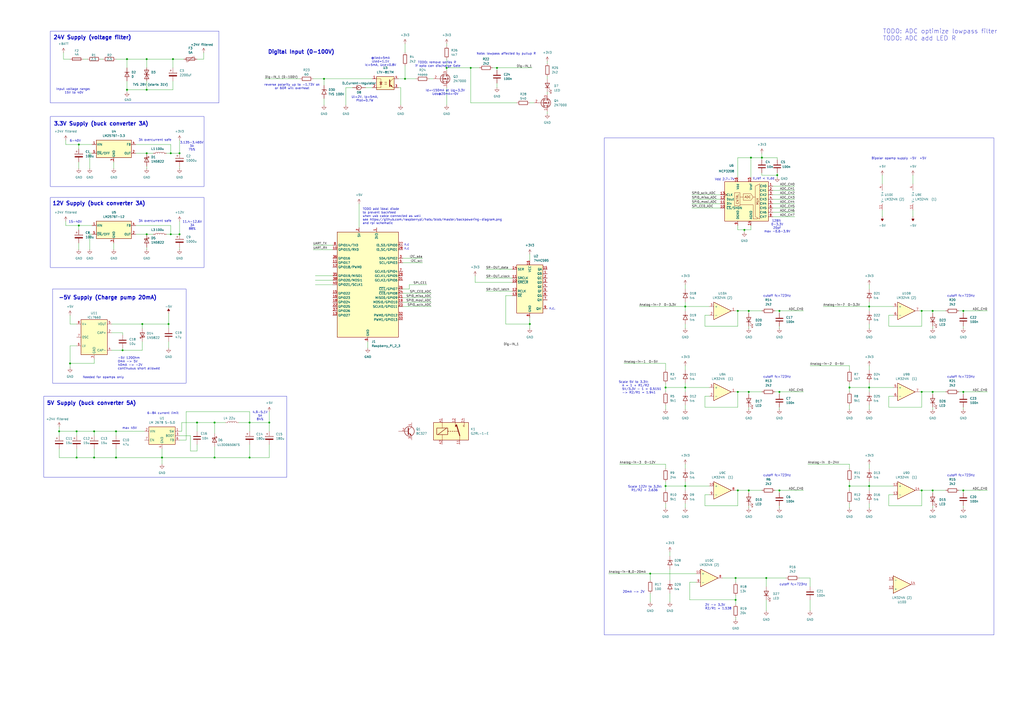
<source format=kicad_sch>
(kicad_sch
	(version 20231120)
	(generator "eeschema")
	(generator_version "8.0")
	(uuid "af4d11a6-73e1-4c39-a25e-5fe7dfa07237")
	(paper "A2")
	
	(junction
		(at 44.45 265.43)
		(diameter 0)
		(color 0 0 0 0)
		(uuid "04e54955-95ed-4070-adbb-7cee1b2c7a8b")
	)
	(junction
		(at 397.51 281.94)
		(diameter 0)
		(color 0 0 0 0)
		(uuid "0e07d6f8-3a7c-4725-82cd-d10a7f0683a0")
	)
	(junction
		(at 541.02 284.48)
		(diameter 0)
		(color 0 0 0 0)
		(uuid "0e6541d2-f91a-480b-96a2-8c8587665b35")
	)
	(junction
		(at 67.31 250.19)
		(diameter 0)
		(color 0 0 0 0)
		(uuid "105d8991-ac05-4276-b194-5060bc474cf0")
	)
	(junction
		(at 558.8 284.48)
		(diameter 0)
		(color 0 0 0 0)
		(uuid "10ed5e96-2758-4a0a-a4ea-05204dce981b")
	)
	(junction
		(at 426.72 347.98)
		(diameter 0)
		(color 0 0 0 0)
		(uuid "125089a1-9db4-401c-96a6-600e0a5f37ab")
	)
	(junction
		(at 504.19 177.8)
		(diameter 0)
		(color 0 0 0 0)
		(uuid "1496040b-0739-4f79-9656-8ba6acf367e5")
	)
	(junction
		(at 40.64 210.82)
		(diameter 0)
		(color 0 0 0 0)
		(uuid "16107448-b037-4021-a9bb-1fb19d6f36c7")
	)
	(junction
		(at 434.34 180.34)
		(diameter 0)
		(color 0 0 0 0)
		(uuid "18a0cd61-f20c-458f-ae53-f53c95308f3c")
	)
	(junction
		(at 504.19 224.79)
		(diameter 0)
		(color 0 0 0 0)
		(uuid "1ea12794-dff7-46f3-a7be-3eae8e9f25cd")
	)
	(junction
		(at 85.09 34.29)
		(diameter 0)
		(color 0 0 0 0)
		(uuid "2282d3fb-0d49-4956-ac9d-5d65f12a26a9")
	)
	(junction
		(at 386.08 281.94)
		(diameter 0)
		(color 0 0 0 0)
		(uuid "24d59385-b495-4247-aff8-808208d1ad23")
	)
	(junction
		(at 124.46 245.11)
		(diameter 0)
		(color 0 0 0 0)
		(uuid "28045595-b22a-4b06-9953-9f52298bbfc3")
	)
	(junction
		(at 558.8 227.33)
		(diameter 0)
		(color 0 0 0 0)
		(uuid "2a0ae629-2090-460b-9560-78eef3e21e12")
	)
	(junction
		(at 452.12 284.48)
		(diameter 0)
		(color 0 0 0 0)
		(uuid "2d00cd35-a1d8-46ca-99eb-6644666745c7")
	)
	(junction
		(at 431.8 133.35)
		(diameter 0)
		(color 0 0 0 0)
		(uuid "305b0609-1ce9-4297-b1f0-74fc85171eee")
	)
	(junction
		(at 44.45 250.19)
		(diameter 0)
		(color 0 0 0 0)
		(uuid "383ef42e-22d7-43b3-89d3-2af42737728c")
	)
	(junction
		(at 434.34 227.33)
		(diameter 0)
		(color 0 0 0 0)
		(uuid "3c17d532-9c56-4147-886a-4353d3930da4")
	)
	(junction
		(at 534.67 227.33)
		(diameter 0)
		(color 0 0 0 0)
		(uuid "3c3e58bb-12fa-4734-9ad9-e8a2b0b412d9")
	)
	(junction
		(at 234.95 45.72)
		(diameter 0)
		(color 0 0 0 0)
		(uuid "3f66f8e5-7a42-480c-a82f-f0cfe427845d")
	)
	(junction
		(at 54.61 250.19)
		(diameter 0)
		(color 0 0 0 0)
		(uuid "422bc740-9691-4697-b466-286d91cb40aa")
	)
	(junction
		(at 441.96 91.44)
		(diameter 0)
		(color 0 0 0 0)
		(uuid "42f8f2a2-d4f1-4f85-a7f3-af76fd15f334")
	)
	(junction
		(at 273.05 39.37)
		(diameter 0)
		(color 0 0 0 0)
		(uuid "496a74b5-cab5-4bd2-8fba-3c77c9129d49")
	)
	(junction
		(at 82.55 187.96)
		(diameter 0)
		(color 0 0 0 0)
		(uuid "49b65474-3c4a-461b-8a68-40a6b20540ce")
	)
	(junction
		(at 397.51 224.79)
		(diameter 0)
		(color 0 0 0 0)
		(uuid "537061a9-26cb-43db-8f80-9e29e68fd7c6")
	)
	(junction
		(at 534.67 284.48)
		(diameter 0)
		(color 0 0 0 0)
		(uuid "5453c15f-3da7-498f-b4d4-eefd4a32800e")
	)
	(junction
		(at 67.31 265.43)
		(diameter 0)
		(color 0 0 0 0)
		(uuid "548e2dfb-04f2-4d21-ab49-d803782e4bea")
	)
	(junction
		(at 104.14 135.89)
		(diameter 0)
		(color 0 0 0 0)
		(uuid "5b0eb3d4-c4be-4d9b-9e7b-ef02c7a05fa6")
	)
	(junction
		(at 104.14 88.9)
		(diameter 0)
		(color 0 0 0 0)
		(uuid "6030d6cb-547f-4627-bb7a-29b5d50e2d7c")
	)
	(junction
		(at 45.72 83.82)
		(diameter 0)
		(color 0 0 0 0)
		(uuid "61300700-7a6f-4cf0-89e3-de24251aaf76")
	)
	(junction
		(at 452.12 180.34)
		(diameter 0)
		(color 0 0 0 0)
		(uuid "680a4fee-19e1-46b0-bd8c-93d1b36db9ac")
	)
	(junction
		(at 427.99 227.33)
		(diameter 0)
		(color 0 0 0 0)
		(uuid "68ebd790-44a9-4bcf-9f65-05450a6a1b02")
	)
	(junction
		(at 558.8 180.34)
		(diameter 0)
		(color 0 0 0 0)
		(uuid "6be8af0f-da4b-4677-8279-2584c5a28b41")
	)
	(junction
		(at 534.67 180.34)
		(diameter 0)
		(color 0 0 0 0)
		(uuid "6efe3a5a-b297-4526-84b5-8b000c99e794")
	)
	(junction
		(at 435.61 91.44)
		(diameter 0)
		(color 0 0 0 0)
		(uuid "71c80c36-cea0-487c-bcb3-ac90e6cf6909")
	)
	(junction
		(at 99.06 135.89)
		(diameter 0)
		(color 0 0 0 0)
		(uuid "72aa6fa5-05f9-4fb4-9b06-f61f0b76719e")
	)
	(junction
		(at 492.76 281.94)
		(diameter 0)
		(color 0 0 0 0)
		(uuid "72cd6455-fb65-4b52-8421-80100f0ddc8f")
	)
	(junction
		(at 377.19 332.74)
		(diameter 0)
		(color 0 0 0 0)
		(uuid "7400491c-bfb9-4e19-baba-2170fac9607f")
	)
	(junction
		(at 156.21 245.11)
		(diameter 0)
		(color 0 0 0 0)
		(uuid "75c001cd-17a9-469a-b125-e6fab77c80b6")
	)
	(junction
		(at 307.34 187.96)
		(diameter 0)
		(color 0 0 0 0)
		(uuid "768fb665-5a78-4efa-9ee2-321b242e0984")
	)
	(junction
		(at 73.66 52.07)
		(diameter 0)
		(color 0 0 0 0)
		(uuid "787a6eed-43d6-4010-9caf-dfc7614f8b7e")
	)
	(junction
		(at 427.99 284.48)
		(diameter 0)
		(color 0 0 0 0)
		(uuid "7a78d97d-9fb8-405b-8609-4c409e1351ae")
	)
	(junction
		(at 450.85 101.6)
		(diameter 0)
		(color 0 0 0 0)
		(uuid "7b6a19d9-d84c-4ace-9ad2-e52657e5669a")
	)
	(junction
		(at 97.79 187.96)
		(diameter 0)
		(color 0 0 0 0)
		(uuid "7e3134f9-4b48-4e64-b337-949ca5145048")
	)
	(junction
		(at 541.02 180.34)
		(diameter 0)
		(color 0 0 0 0)
		(uuid "87a4602c-a37f-4114-809f-d7782855e30b")
	)
	(junction
		(at 54.61 265.43)
		(diameter 0)
		(color 0 0 0 0)
		(uuid "8858408f-f194-4c4f-bd3d-5f79bdeb0f2d")
	)
	(junction
		(at 144.78 265.43)
		(diameter 0)
		(color 0 0 0 0)
		(uuid "89ab178e-a455-4ee1-9c37-6616d82dbbfd")
	)
	(junction
		(at 99.06 88.9)
		(diameter 0)
		(color 0 0 0 0)
		(uuid "8a14436b-3658-4869-9928-b6970ddfd0dd")
	)
	(junction
		(at 504.19 281.94)
		(diameter 0)
		(color 0 0 0 0)
		(uuid "8c384515-970b-4a9b-9d25-34f7c7cf5a31")
	)
	(junction
		(at 259.08 39.37)
		(diameter 0)
		(color 0 0 0 0)
		(uuid "8cb90e5a-5018-4ea5-bf60-7c32d85dd391")
	)
	(junction
		(at 427.99 180.34)
		(diameter 0)
		(color 0 0 0 0)
		(uuid "921e49f2-8b0b-4feb-9a09-5ec59d49541b")
	)
	(junction
		(at 45.72 130.81)
		(diameter 0)
		(color 0 0 0 0)
		(uuid "9ce26f46-c13d-457f-b7ea-3cb9a3964209")
	)
	(junction
		(at 426.72 335.28)
		(diameter 0)
		(color 0 0 0 0)
		(uuid "9fd18053-fbde-4a2f-95e0-ccb2430702d9")
	)
	(junction
		(at 144.78 245.11)
		(diameter 0)
		(color 0 0 0 0)
		(uuid "a1035066-f2bd-42c1-b35e-660253af95e6")
	)
	(junction
		(at 34.29 250.19)
		(diameter 0)
		(color 0 0 0 0)
		(uuid "a1588343-c251-454b-b53e-fff8eaaaa3ac")
	)
	(junction
		(at 444.5 335.28)
		(diameter 0)
		(color 0 0 0 0)
		(uuid "a254ea07-fe02-44b4-a091-0f3f88d2f0b4")
	)
	(junction
		(at 124.46 265.43)
		(diameter 0)
		(color 0 0 0 0)
		(uuid "b129a554-6918-436f-b908-937c28939470")
	)
	(junction
		(at 434.34 284.48)
		(diameter 0)
		(color 0 0 0 0)
		(uuid "b705a141-272e-408a-898a-0b8fe6d69bf8")
	)
	(junction
		(at 85.09 135.89)
		(diameter 0)
		(color 0 0 0 0)
		(uuid "b75be159-2e10-4f46-b206-2354b78b9157")
	)
	(junction
		(at 85.09 88.9)
		(diameter 0)
		(color 0 0 0 0)
		(uuid "bcb07714-ac5e-4281-b3c3-552386782e56")
	)
	(junction
		(at 492.76 224.79)
		(diameter 0)
		(color 0 0 0 0)
		(uuid "c6180b6b-2aec-46d6-b71a-125571a101f5")
	)
	(junction
		(at 541.02 227.33)
		(diameter 0)
		(color 0 0 0 0)
		(uuid "c646a925-109e-49ac-95ea-5c63f093c98a")
	)
	(junction
		(at 397.51 177.8)
		(diameter 0)
		(color 0 0 0 0)
		(uuid "c833a1cc-3c2c-49eb-ba59-318dd1c239bf")
	)
	(junction
		(at 386.08 224.79)
		(diameter 0)
		(color 0 0 0 0)
		(uuid "cfc70a41-02a1-4d5f-9a51-5b217e390eb3")
	)
	(junction
		(at 73.66 34.29)
		(diameter 0)
		(color 0 0 0 0)
		(uuid "d2fd5f5d-338a-4722-b4a0-b1eecd883f28")
	)
	(junction
		(at 100.33 34.29)
		(diameter 0)
		(color 0 0 0 0)
		(uuid "d4d801b9-c672-4d6c-acd1-0513ef63a985")
	)
	(junction
		(at 187.96 45.72)
		(diameter 0)
		(color 0 0 0 0)
		(uuid "dbe02959-11e7-4cf1-ad45-9fe30dcdf8bb")
	)
	(junction
		(at 452.12 227.33)
		(diameter 0)
		(color 0 0 0 0)
		(uuid "de465361-2b84-4ce6-af9a-117c1402b9b2")
	)
	(junction
		(at 85.09 52.07)
		(diameter 0)
		(color 0 0 0 0)
		(uuid "e7010d28-bd88-4654-aa85-6910d986f363")
	)
	(junction
		(at 114.3 245.11)
		(diameter 0)
		(color 0 0 0 0)
		(uuid "e70a65f8-f7a2-47ed-978c-48ab0ab55eb7")
	)
	(junction
		(at 71.12 203.2)
		(diameter 0)
		(color 0 0 0 0)
		(uuid "eac55c9c-6217-4313-8428-a310d44dd53f")
	)
	(junction
		(at 288.29 39.37)
		(diameter 0)
		(color 0 0 0 0)
		(uuid "f07a3669-e0a6-443d-bf09-5896238c8cb2")
	)
	(junction
		(at 93.98 265.43)
		(diameter 0)
		(color 0 0 0 0)
		(uuid "f74be3ca-6702-47ef-b237-4f888ce46f38")
	)
	(wire
		(pts
			(xy 450.85 100.33) (xy 450.85 101.6)
		)
		(stroke
			(width 0)
			(type default)
		)
		(uuid "0054231e-6c1c-4b62-a261-da803b448710")
	)
	(wire
		(pts
			(xy 377.19 344.17) (xy 377.19 349.25)
		)
		(stroke
			(width 0)
			(type default)
		)
		(uuid "00ef2f56-37bd-4ed0-aeb9-aa019bd24e2f")
	)
	(wire
		(pts
			(xy 307.34 184.15) (xy 307.34 187.96)
		)
		(stroke
			(width 0)
			(type default)
		)
		(uuid "02caf3da-4dfe-464a-bed0-55c975aa32ca")
	)
	(wire
		(pts
			(xy 124.46 259.08) (xy 124.46 265.43)
		)
		(stroke
			(width 0)
			(type default)
		)
		(uuid "056eeaf6-cef0-4a15-9aa0-a138145aa6e3")
	)
	(wire
		(pts
			(xy 427.99 102.87) (xy 427.99 91.44)
		)
		(stroke
			(width 0)
			(type default)
		)
		(uuid "05c7cccb-cca5-4623-97c8-040d9b4df307")
	)
	(wire
		(pts
			(xy 45.72 83.82) (xy 53.34 83.82)
		)
		(stroke
			(width 0)
			(type default)
		)
		(uuid "062e080a-8aeb-47cc-970e-09456cd360cd")
	)
	(wire
		(pts
			(xy 448.31 107.95) (xy 461.01 107.95)
		)
		(stroke
			(width 0)
			(type default)
		)
		(uuid "068083fa-fce7-43b5-8463-4f98840e7a26")
	)
	(wire
		(pts
			(xy 452.12 293.37) (xy 452.12 294.64)
		)
		(stroke
			(width 0)
			(type default)
		)
		(uuid "06b34c2d-7e49-4691-b0b0-589df73a99da")
	)
	(wire
		(pts
			(xy 82.55 198.12) (xy 82.55 203.2)
		)
		(stroke
			(width 0)
			(type default)
		)
		(uuid "07802d6c-0405-4611-8498-2921642973c9")
	)
	(wire
		(pts
			(xy 504.19 212.09) (xy 504.19 214.63)
		)
		(stroke
			(width 0)
			(type default)
		)
		(uuid "07b2e41e-17b4-4953-97b1-d10583b079aa")
	)
	(wire
		(pts
			(xy 71.12 203.2) (xy 64.77 203.2)
		)
		(stroke
			(width 0)
			(type default)
		)
		(uuid "09231105-ced3-4313-bf61-0ff5f84aa1d1")
	)
	(wire
		(pts
			(xy 448.31 110.49) (xy 461.01 110.49)
		)
		(stroke
			(width 0)
			(type default)
		)
		(uuid "0932f8bf-1781-41f0-8075-3b7e84ddb5c7")
	)
	(wire
		(pts
			(xy 52.07 97.79) (xy 52.07 88.9)
		)
		(stroke
			(width 0)
			(type default)
		)
		(uuid "096d85b4-5d51-44af-82ba-979fa750f17a")
	)
	(wire
		(pts
			(xy 492.76 279.4) (xy 492.76 281.94)
		)
		(stroke
			(width 0)
			(type default)
		)
		(uuid "09d9a41a-af3c-4a91-ad4d-2c3b79cf9ec7")
	)
	(wire
		(pts
			(xy 307.34 147.32) (xy 307.34 151.13)
		)
		(stroke
			(width 0)
			(type default)
		)
		(uuid "0a051774-4cbb-4b66-bf37-8910fac947bb")
	)
	(wire
		(pts
			(xy 477.52 177.8) (xy 504.19 177.8)
		)
		(stroke
			(width 0)
			(type default)
		)
		(uuid "0a4f0ed0-e03f-4174-b2e5-746ec8356e9f")
	)
	(wire
		(pts
			(xy 82.55 187.96) (xy 97.79 187.96)
		)
		(stroke
			(width 0)
			(type default)
		)
		(uuid "0a9bbdf8-1908-4d8c-8217-07db364293b0")
	)
	(wire
		(pts
			(xy 386.08 234.95) (xy 386.08 237.49)
		)
		(stroke
			(width 0)
			(type default)
		)
		(uuid "0b9b4983-ca2c-4ef5-a4ff-86b324cb4b6e")
	)
	(wire
		(pts
			(xy 449.58 227.33) (xy 452.12 227.33)
		)
		(stroke
			(width 0)
			(type default)
		)
		(uuid "0da18ff8-94c6-4073-a885-04f4684a58bf")
	)
	(wire
		(pts
			(xy 515.62 229.87) (xy 515.62 236.22)
		)
		(stroke
			(width 0)
			(type default)
		)
		(uuid "0f0654e1-74f5-48ef-9fad-2239674591c1")
	)
	(wire
		(pts
			(xy 273.05 39.37) (xy 278.13 39.37)
		)
		(stroke
			(width 0)
			(type default)
		)
		(uuid "0f17fc4f-3d49-4470-b6f0-1f92c65103e0")
	)
	(wire
		(pts
			(xy 444.5 347.98) (xy 444.5 354.33)
		)
		(stroke
			(width 0)
			(type default)
		)
		(uuid "100d3b99-de7b-44c2-b3ea-79a36ae0cc62")
	)
	(wire
		(pts
			(xy 144.78 245.11) (xy 144.78 250.19)
		)
		(stroke
			(width 0)
			(type default)
		)
		(uuid "10545d38-a86d-4f4b-9d61-a90e5b83a28b")
	)
	(wire
		(pts
			(xy 533.4 180.34) (xy 534.67 180.34)
		)
		(stroke
			(width 0)
			(type default)
		)
		(uuid "108249c6-4a9f-4448-9a48-5f507a8170fa")
	)
	(wire
		(pts
			(xy 144.78 245.11) (xy 156.21 245.11)
		)
		(stroke
			(width 0)
			(type default)
		)
		(uuid "11050421-263c-408e-9ff9-8d4704e38685")
	)
	(wire
		(pts
			(xy 104.14 143.51) (xy 104.14 144.78)
		)
		(stroke
			(width 0)
			(type default)
		)
		(uuid "125a7d11-0e70-4fc2-ad30-a60c78e9f5a4")
	)
	(wire
		(pts
			(xy 281.94 156.21) (xy 297.18 156.21)
		)
		(stroke
			(width 0)
			(type default)
		)
		(uuid "12a983d3-1186-4ca8-a60c-5c45001d78ec")
	)
	(wire
		(pts
			(xy 452.12 180.34) (xy 466.09 180.34)
		)
		(stroke
			(width 0)
			(type default)
		)
		(uuid "12b48994-3133-4957-abdc-916519276929")
	)
	(wire
		(pts
			(xy 397.51 165.1) (xy 397.51 167.64)
		)
		(stroke
			(width 0)
			(type default)
		)
		(uuid "12c4f5fd-82b0-486f-8e71-4efd44e48b75")
	)
	(wire
		(pts
			(xy 397.51 281.94) (xy 397.51 284.48)
		)
		(stroke
			(width 0)
			(type default)
		)
		(uuid "12fb5370-f490-4a31-b43a-cc9f448637b1")
	)
	(wire
		(pts
			(xy 156.21 257.81) (xy 156.21 265.43)
		)
		(stroke
			(width 0)
			(type default)
		)
		(uuid "137c88a4-e84c-4de9-8e08-42b4620e394d")
	)
	(wire
		(pts
			(xy 73.66 34.29) (xy 73.66 39.37)
		)
		(stroke
			(width 0)
			(type default)
		)
		(uuid "147be2c8-821e-4c84-a2e1-06b7f4973251")
	)
	(wire
		(pts
			(xy 441.96 101.6) (xy 450.85 101.6)
		)
		(stroke
			(width 0)
			(type default)
		)
		(uuid "14e2a1f5-5ec8-44d4-8c05-ee4cab2bd0fb")
	)
	(wire
		(pts
			(xy 426.72 335.28) (xy 426.72 337.82)
		)
		(stroke
			(width 0)
			(type default)
		)
		(uuid "1650821f-6f72-4ef4-81aa-36ef4033d5a7")
	)
	(wire
		(pts
			(xy 288.29 48.26) (xy 288.29 50.8)
		)
		(stroke
			(width 0)
			(type default)
		)
		(uuid "18f9bc5a-34ff-457d-bae9-2674040e04d3")
	)
	(wire
		(pts
			(xy 386.08 279.4) (xy 386.08 281.94)
		)
		(stroke
			(width 0)
			(type default)
		)
		(uuid "19afada5-a550-4ec1-90a7-c53861b53b06")
	)
	(wire
		(pts
			(xy 85.09 88.9) (xy 88.9 88.9)
		)
		(stroke
			(width 0)
			(type default)
		)
		(uuid "1bc6767a-124e-4752-8da3-4dc2026b8aff")
	)
	(wire
		(pts
			(xy 541.02 227.33) (xy 548.64 227.33)
		)
		(stroke
			(width 0)
			(type default)
		)
		(uuid "1bfadc61-a8fe-44f6-90f7-fbd54f92240a")
	)
	(wire
		(pts
			(xy 534.67 180.34) (xy 541.02 180.34)
		)
		(stroke
			(width 0)
			(type default)
		)
		(uuid "1c58b703-1ab5-4a29-b805-9ecae4928330")
	)
	(wire
		(pts
			(xy 408.94 287.02) (xy 408.94 293.37)
		)
		(stroke
			(width 0)
			(type default)
		)
		(uuid "1dc82879-775f-4817-a151-2426d36900fc")
	)
	(wire
		(pts
			(xy 67.31 265.43) (xy 93.98 265.43)
		)
		(stroke
			(width 0)
			(type default)
		)
		(uuid "1dfeaed5-ce45-412c-9536-200b58c4cd88")
	)
	(wire
		(pts
			(xy 518.16 287.02) (xy 515.62 287.02)
		)
		(stroke
			(width 0)
			(type default)
		)
		(uuid "1e53379a-7223-42df-9e45-4a73eb6eeb8b")
	)
	(wire
		(pts
			(xy 138.43 245.11) (xy 144.78 245.11)
		)
		(stroke
			(width 0)
			(type default)
		)
		(uuid "1f119b6d-bc5c-43a6-876e-2006a604c4da")
	)
	(wire
		(pts
			(xy 504.19 222.25) (xy 504.19 224.79)
		)
		(stroke
			(width 0)
			(type default)
		)
		(uuid "1fc2d9b5-7a3a-4ad2-8e82-e1c2a452b90d")
	)
	(wire
		(pts
			(xy 317.5 44.45) (xy 317.5 45.72)
		)
		(stroke
			(width 0)
			(type default)
		)
		(uuid "1fd0b790-48d5-49f1-b02d-fe99cb33f727")
	)
	(wire
		(pts
			(xy 388.62 330.2) (xy 388.62 336.55)
		)
		(stroke
			(width 0)
			(type default)
		)
		(uuid "1ffadb38-914d-46f1-99f1-6a8087e37cc3")
	)
	(wire
		(pts
			(xy 281.94 168.91) (xy 297.18 168.91)
		)
		(stroke
			(width 0)
			(type default)
		)
		(uuid "20fb024a-f73d-48d4-b683-4d3f4306bcb3")
	)
	(wire
		(pts
			(xy 386.08 281.94) (xy 397.51 281.94)
		)
		(stroke
			(width 0)
			(type default)
		)
		(uuid "21901315-03d5-465c-896b-551c93dbd06c")
	)
	(wire
		(pts
			(xy 556.26 227.33) (xy 558.8 227.33)
		)
		(stroke
			(width 0)
			(type default)
		)
		(uuid "21e63c20-7b89-4a9e-8f7c-a8fd8aec3e19")
	)
	(wire
		(pts
			(xy 492.76 224.79) (xy 492.76 227.33)
		)
		(stroke
			(width 0)
			(type default)
		)
		(uuid "22b4d91a-1ec6-4d68-9b61-8a5c6906624a")
	)
	(wire
		(pts
			(xy 237.49 167.64) (xy 233.68 167.64)
		)
		(stroke
			(width 0)
			(type default)
		)
		(uuid "22e97819-a6d0-42f4-ad06-306f4c674859")
	)
	(wire
		(pts
			(xy 233.68 170.18) (xy 250.19 170.18)
		)
		(stroke
			(width 0)
			(type default)
		)
		(uuid "2330e7e8-7d64-45ff-b9eb-3aa21e7252c6")
	)
	(wire
		(pts
			(xy 449.58 180.34) (xy 452.12 180.34)
		)
		(stroke
			(width 0)
			(type default)
		)
		(uuid "23844a99-b10c-4e42-b497-5aac0c43a77c")
	)
	(wire
		(pts
			(xy 541.02 284.48) (xy 541.02 285.75)
		)
		(stroke
			(width 0)
			(type default)
		)
		(uuid "238ebe23-6747-4e44-b63e-da687a62d863")
	)
	(wire
		(pts
			(xy 73.66 52.07) (xy 73.66 53.34)
		)
		(stroke
			(width 0)
			(type default)
		)
		(uuid "2392f8de-64ca-4ad2-9c50-6ad45435e202")
	)
	(wire
		(pts
			(xy 181.61 45.72) (xy 187.96 45.72)
		)
		(stroke
			(width 0)
			(type default)
		)
		(uuid "23dfcef5-54e1-43c9-8345-47d8258009e8")
	)
	(wire
		(pts
			(xy 38.1 128.27) (xy 38.1 130.81)
		)
		(stroke
			(width 0)
			(type default)
		)
		(uuid "24166ed3-6929-44e1-9f43-dca2d382cd8b")
	)
	(wire
		(pts
			(xy 359.41 269.24) (xy 386.08 269.24)
		)
		(stroke
			(width 0)
			(type default)
		)
		(uuid "241e2811-bad4-4d9d-969a-b82a5d8d7104")
	)
	(wire
		(pts
			(xy 541.02 227.33) (xy 541.02 228.6)
		)
		(stroke
			(width 0)
			(type default)
		)
		(uuid "24b14436-5c06-4132-9697-fb6cb9ac0a77")
	)
	(wire
		(pts
			(xy 448.31 115.57) (xy 461.01 115.57)
		)
		(stroke
			(width 0)
			(type default)
		)
		(uuid "24b8cd11-ef80-4755-84b3-4ab2650e79e8")
	)
	(wire
		(pts
			(xy 82.55 187.96) (xy 82.55 190.5)
		)
		(stroke
			(width 0)
			(type default)
		)
		(uuid "24fc4db9-e669-4108-8575-ad552b1f7095")
	)
	(wire
		(pts
			(xy 97.79 181.61) (xy 97.79 187.96)
		)
		(stroke
			(width 0)
			(type default)
		)
		(uuid "250cae5f-018d-46f3-8b3a-08c428d30aad")
	)
	(wire
		(pts
			(xy 288.29 39.37) (xy 308.61 39.37)
		)
		(stroke
			(width 0)
			(type default)
		)
		(uuid "26309b7f-d337-4125-a8b8-729a54cfa688")
	)
	(wire
		(pts
			(xy 259.08 39.37) (xy 273.05 39.37)
		)
		(stroke
			(width 0)
			(type default)
		)
		(uuid "26f4b176-d345-471c-a589-d2b34ad320d9")
	)
	(wire
		(pts
			(xy 434.34 227.33) (xy 434.34 228.6)
		)
		(stroke
			(width 0)
			(type default)
		)
		(uuid "28bc6461-3c72-4ab1-9f54-adde9a691dfe")
	)
	(wire
		(pts
			(xy 85.09 135.89) (xy 78.74 135.89)
		)
		(stroke
			(width 0)
			(type default)
		)
		(uuid "2914a31e-5344-4d8c-8336-baf7ef768326")
	)
	(wire
		(pts
			(xy 492.76 292.1) (xy 492.76 294.64)
		)
		(stroke
			(width 0)
			(type default)
		)
		(uuid "29a84df5-a401-472c-b970-3e9ceb118392")
	)
	(wire
		(pts
			(xy 492.76 212.09) (xy 492.76 214.63)
		)
		(stroke
			(width 0)
			(type default)
		)
		(uuid "2b95e465-b22c-47d4-a285-ff94746f6576")
	)
	(wire
		(pts
			(xy 431.8 133.35) (xy 435.61 133.35)
		)
		(stroke
			(width 0)
			(type default)
		)
		(uuid "2b9ccaa2-a7a6-40a8-9a8d-c15a845f981b")
	)
	(wire
		(pts
			(xy 259.08 25.4) (xy 259.08 26.67)
		)
		(stroke
			(width 0)
			(type default)
		)
		(uuid "2c426e30-8b88-4a18-bb4a-23f88606845a")
	)
	(wire
		(pts
			(xy 234.95 45.72) (xy 241.3 45.72)
		)
		(stroke
			(width 0)
			(type default)
		)
		(uuid "2c754bca-9c82-483c-9ff8-e9f74de0ee01")
	)
	(wire
		(pts
			(xy 541.02 236.22) (xy 541.02 237.49)
		)
		(stroke
			(width 0)
			(type default)
		)
		(uuid "2ccc0658-2e29-42f3-8065-e7cd80e3e222")
	)
	(wire
		(pts
			(xy 386.08 292.1) (xy 386.08 294.64)
		)
		(stroke
			(width 0)
			(type default)
		)
		(uuid "2d08e881-3da2-4833-a4f0-61ef873254db")
	)
	(wire
		(pts
			(xy 511.81 101.6) (xy 511.81 106.68)
		)
		(stroke
			(width 0)
			(type default)
		)
		(uuid "2d458802-502c-4ecf-9caf-a43a110ce546")
	)
	(wire
		(pts
			(xy 444.5 335.28) (xy 444.5 340.36)
		)
		(stroke
			(width 0)
			(type default)
		)
		(uuid "2d58740f-20ac-47c8-a6a7-385a25e5466d")
	)
	(wire
		(pts
			(xy 213.36 198.12) (xy 213.36 201.93)
		)
		(stroke
			(width 0)
			(type default)
		)
		(uuid "2da67416-80ed-41f3-b8a4-d331451071aa")
	)
	(wire
		(pts
			(xy 237.49 165.1) (xy 237.49 167.64)
		)
		(stroke
			(width 0)
			(type default)
		)
		(uuid "2de6cee3-ba04-44f6-b491-492d4c257dd1")
	)
	(wire
		(pts
			(xy 208.28 118.11) (xy 208.28 132.08)
		)
		(stroke
			(width 0)
			(type default)
		)
		(uuid "2fa17a05-f7bb-4829-912f-a6d673135030")
	)
	(wire
		(pts
			(xy 558.8 227.33) (xy 572.77 227.33)
		)
		(stroke
			(width 0)
			(type default)
		)
		(uuid "2fabc68c-d5c7-4ecd-a307-3b45d890d4d3")
	)
	(wire
		(pts
			(xy 36.83 30.48) (xy 36.83 34.29)
		)
		(stroke
			(width 0)
			(type default)
		)
		(uuid "312b9e9d-f3c5-4818-bb2f-e49c1b9b26ee")
	)
	(wire
		(pts
			(xy 504.19 279.4) (xy 504.19 281.94)
		)
		(stroke
			(width 0)
			(type default)
		)
		(uuid "31cd0200-5ec5-4dd9-aaf7-e4adf221e554")
	)
	(wire
		(pts
			(xy 317.5 64.77) (xy 317.5 66.04)
		)
		(stroke
			(width 0)
			(type default)
		)
		(uuid "31e973a2-25cf-4cfb-a814-9d710f200fa0")
	)
	(wire
		(pts
			(xy 444.5 335.28) (xy 455.93 335.28)
		)
		(stroke
			(width 0)
			(type default)
		)
		(uuid "33b893ed-df5d-468b-85b4-6ad71ad43b02")
	)
	(wire
		(pts
			(xy 515.62 287.02) (xy 515.62 293.37)
		)
		(stroke
			(width 0)
			(type default)
		)
		(uuid "342cd887-7fe4-4180-bee4-e1ad6318de05")
	)
	(wire
		(pts
			(xy 448.31 123.19) (xy 461.01 123.19)
		)
		(stroke
			(width 0)
			(type default)
		)
		(uuid "3530c46a-6e25-482b-b968-518bf8c9a8ab")
	)
	(wire
		(pts
			(xy 556.26 180.34) (xy 558.8 180.34)
		)
		(stroke
			(width 0)
			(type default)
		)
		(uuid "35c3dbe3-680e-48db-a50f-7b13360b35dd")
	)
	(wire
		(pts
			(xy 492.76 281.94) (xy 492.76 284.48)
		)
		(stroke
			(width 0)
			(type default)
		)
		(uuid "362a3669-b5d6-41e1-b360-b2543155e2e9")
	)
	(wire
		(pts
			(xy 96.52 88.9) (xy 99.06 88.9)
		)
		(stroke
			(width 0)
			(type default)
		)
		(uuid "36dbf9b2-129d-45ef-8f18-f4ffca4a34c3")
	)
	(wire
		(pts
			(xy 54.61 265.43) (xy 67.31 265.43)
		)
		(stroke
			(width 0)
			(type default)
		)
		(uuid "36ef0f3d-5f82-4fe4-8ac0-634b6aca89f0")
	)
	(wire
		(pts
			(xy 234.95 38.1) (xy 234.95 45.72)
		)
		(stroke
			(width 0)
			(type default)
		)
		(uuid "38c5767f-cf8f-4902-902f-687906200ae5")
	)
	(wire
		(pts
			(xy 397.51 187.96) (xy 397.51 190.5)
		)
		(stroke
			(width 0)
			(type default)
		)
		(uuid "3aba686c-7f20-4fdb-a589-3030c9d36881")
	)
	(wire
		(pts
			(xy 182.88 165.1) (xy 193.04 165.1)
		)
		(stroke
			(width 0)
			(type default)
		)
		(uuid "3aeea25b-b526-4c4c-9a14-20971d742727")
	)
	(wire
		(pts
			(xy 114.3 245.11) (xy 114.3 250.19)
		)
		(stroke
			(width 0)
			(type default)
		)
		(uuid "3b26056a-2205-47a2-9f40-f9697f046f04")
	)
	(wire
		(pts
			(xy 156.21 265.43) (xy 144.78 265.43)
		)
		(stroke
			(width 0)
			(type default)
		)
		(uuid "3b57c002-7cfd-4b01-9bd0-a9063c7de990")
	)
	(wire
		(pts
			(xy 558.8 236.22) (xy 558.8 237.49)
		)
		(stroke
			(width 0)
			(type default)
		)
		(uuid "3b72617c-8e5b-409d-8eff-c0c0bdccbdc7")
	)
	(wire
		(pts
			(xy 54.61 260.35) (xy 54.61 265.43)
		)
		(stroke
			(width 0)
			(type default)
		)
		(uuid "3da092b2-3579-44ee-9f1a-7dc736839416")
	)
	(wire
		(pts
			(xy 34.29 250.19) (xy 34.29 252.73)
		)
		(stroke
			(width 0)
			(type default)
		)
		(uuid "3ddbeb86-f388-4c89-98ea-a9e4b08c0699")
	)
	(wire
		(pts
			(xy 52.07 88.9) (xy 53.34 88.9)
		)
		(stroke
			(width 0)
			(type default)
		)
		(uuid "3e60e431-84f1-436a-99fb-f0196e89bcf0")
	)
	(wire
		(pts
			(xy 408.94 182.88) (xy 408.94 189.23)
		)
		(stroke
			(width 0)
			(type default)
		)
		(uuid "4004cf85-1c05-4350-8d27-f2799b925cfe")
	)
	(wire
		(pts
			(xy 85.09 135.89) (xy 88.9 135.89)
		)
		(stroke
			(width 0)
			(type default)
		)
		(uuid "41dd684b-b2cf-4918-b2fa-e24af5a96c31")
	)
	(wire
		(pts
			(xy 45.72 130.81) (xy 45.72 133.35)
		)
		(stroke
			(width 0)
			(type default)
		)
		(uuid "429f31e6-9c15-47fc-a53a-661ec52f4c31")
	)
	(wire
		(pts
			(xy 448.31 120.65) (xy 461.01 120.65)
		)
		(stroke
			(width 0)
			(type default)
		)
		(uuid "42c865ad-08f7-4b14-b07e-c66bb29dbe02")
	)
	(wire
		(pts
			(xy 541.02 180.34) (xy 548.64 180.34)
		)
		(stroke
			(width 0)
			(type default)
		)
		(uuid "42fa28b5-2014-445b-9ba5-cbfbabd22519")
	)
	(wire
		(pts
			(xy 45.72 83.82) (xy 45.72 86.36)
		)
		(stroke
			(width 0)
			(type default)
		)
		(uuid "434d52f6-e61e-4de2-b8c2-9f723a35bb15")
	)
	(wire
		(pts
			(xy 401.32 120.65) (xy 417.83 120.65)
		)
		(stroke
			(width 0)
			(type default)
		)
		(uuid "439b5d91-a7ed-4297-80f9-6f243928e7d6")
	)
	(wire
		(pts
			(xy 78.74 83.82) (xy 99.06 83.82)
		)
		(stroke
			(width 0)
			(type default)
		)
		(uuid "4510b88a-d309-41e9-911e-7f21f2747429")
	)
	(wire
		(pts
			(xy 44.45 265.43) (xy 54.61 265.43)
		)
		(stroke
			(width 0)
			(type default)
		)
		(uuid "468496be-f6d5-4b2a-8683-92086b6bba44")
	)
	(wire
		(pts
			(xy 504.19 224.79) (xy 518.16 224.79)
		)
		(stroke
			(width 0)
			(type default)
		)
		(uuid "46e4ba16-875b-4f73-8212-e93ccd0ee87d")
	)
	(wire
		(pts
			(xy 99.06 135.89) (xy 104.14 135.89)
		)
		(stroke
			(width 0)
			(type default)
		)
		(uuid "473017ac-7304-423f-b665-624cbeb6b71f")
	)
	(wire
		(pts
			(xy 107.95 238.76) (xy 144.78 238.76)
		)
		(stroke
			(width 0)
			(type default)
		)
		(uuid "474c21aa-9d8b-4fd6-bf84-0695257ad4e8")
	)
	(wire
		(pts
			(xy 558.8 293.37) (xy 558.8 294.64)
		)
		(stroke
			(width 0)
			(type default)
		)
		(uuid "4829b489-17d6-4b34-a0d1-2b91af9d6c2c")
	)
	(wire
		(pts
			(xy 104.14 81.28) (xy 104.14 88.9)
		)
		(stroke
			(width 0)
			(type default)
		)
		(uuid "4845c6d1-f452-4f8f-bc04-1edb892ce074")
	)
	(wire
		(pts
			(xy 534.67 293.37) (xy 534.67 284.48)
		)
		(stroke
			(width 0)
			(type default)
		)
		(uuid "4957c436-fe00-4e4f-942f-4642775126b2")
	)
	(wire
		(pts
			(xy 52.07 135.89) (xy 53.34 135.89)
		)
		(stroke
			(width 0)
			(type default)
		)
		(uuid "4a7a45aa-aba5-4f43-b850-2f12eeae7e82")
	)
	(wire
		(pts
			(xy 468.63 269.24) (xy 492.76 269.24)
		)
		(stroke
			(width 0)
			(type default)
		)
		(uuid "4b531c2a-4f8a-45ad-980c-652c9560a3c5")
	)
	(wire
		(pts
			(xy 534.67 227.33) (xy 541.02 227.33)
		)
		(stroke
			(width 0)
			(type default)
		)
		(uuid "4ba02483-3441-4ffc-b8ef-a47c1acdf090")
	)
	(wire
		(pts
			(xy 99.06 130.81) (xy 99.06 135.89)
		)
		(stroke
			(width 0)
			(type default)
		)
		(uuid "4cbf875e-58ed-4cd6-b772-5671b7f28ceb")
	)
	(wire
		(pts
			(xy 452.12 227.33) (xy 466.09 227.33)
		)
		(stroke
			(width 0)
			(type default)
		)
		(uuid "4ce4b2fc-fc75-446b-bcbf-cdafaf96f604")
	)
	(wire
		(pts
			(xy 71.12 193.04) (xy 71.12 194.31)
		)
		(stroke
			(width 0)
			(type default)
		)
		(uuid "4d52de5f-8c2e-49a6-b501-bd212fa30f6b")
	)
	(wire
		(pts
			(xy 388.62 344.17) (xy 388.62 349.25)
		)
		(stroke
			(width 0)
			(type default)
		)
		(uuid "4d88ca1c-ea50-4ff5-a3a6-c55696e4ded3")
	)
	(wire
		(pts
			(xy 469.9 335.28) (xy 469.9 340.36)
		)
		(stroke
			(width 0)
			(type default)
		)
		(uuid "4e52b931-12a4-484f-aeeb-e618bf9d387b")
	)
	(wire
		(pts
			(xy 99.06 83.82) (xy 99.06 88.9)
		)
		(stroke
			(width 0)
			(type default)
		)
		(uuid "4f6bdeb1-d680-488b-93e0-aa0268270cd6")
	)
	(wire
		(pts
			(xy 452.12 284.48) (xy 452.12 285.75)
		)
		(stroke
			(width 0)
			(type default)
		)
		(uuid "52a2753a-ef20-4cbd-a211-9cf21866a143")
	)
	(wire
		(pts
			(xy 212.09 50.8) (xy 215.9 50.8)
		)
		(stroke
			(width 0)
			(type default)
		)
		(uuid "548cef41-84a1-4d2b-bcd5-34757016835f")
	)
	(wire
		(pts
			(xy 434.34 284.48) (xy 441.96 284.48)
		)
		(stroke
			(width 0)
			(type default)
		)
		(uuid "55c4e35d-3da1-41df-a325-85bec7fa57e7")
	)
	(wire
		(pts
			(xy 100.33 52.07) (xy 85.09 52.07)
		)
		(stroke
			(width 0)
			(type default)
		)
		(uuid "56f0d9b1-9d6d-4e01-aedc-54a4472ee2d9")
	)
	(wire
		(pts
			(xy 558.8 284.48) (xy 558.8 285.75)
		)
		(stroke
			(width 0)
			(type default)
		)
		(uuid "584912e9-080b-41d3-8477-c46e6bb19342")
	)
	(wire
		(pts
			(xy 426.72 347.98) (xy 426.72 350.52)
		)
		(stroke
			(width 0)
			(type default)
		)
		(uuid "5882804f-e57d-49e3-bd40-a2f0b8cd8856")
	)
	(wire
		(pts
			(xy 504.19 165.1) (xy 504.19 167.64)
		)
		(stroke
			(width 0)
			(type default)
		)
		(uuid "58f712f8-d29c-40a7-b691-f23f2249597c")
	)
	(wire
		(pts
			(xy 370.84 177.8) (xy 397.51 177.8)
		)
		(stroke
			(width 0)
			(type default)
		)
		(uuid "59235f1a-b42f-43d9-b0c0-994951090b7e")
	)
	(wire
		(pts
			(xy 40.64 187.96) (xy 44.45 187.96)
		)
		(stroke
			(width 0)
			(type default)
		)
		(uuid "5a58ee3b-d422-45cf-9b6c-f0c44ccd3021")
	)
	(wire
		(pts
			(xy 504.19 177.8) (xy 518.16 177.8)
		)
		(stroke
			(width 0)
			(type default)
		)
		(uuid "5aaaaedb-729e-431f-82e6-f4424d8e2aba")
	)
	(wire
		(pts
			(xy 293.37 187.96) (xy 307.34 187.96)
		)
		(stroke
			(width 0)
			(type default)
		)
		(uuid "5b75a293-60a9-4651-ad34-0ab0aa4c8a6b")
	)
	(wire
		(pts
			(xy 435.61 133.35) (xy 435.61 130.81)
		)
		(stroke
			(width 0)
			(type default)
		)
		(uuid "5d82d160-16aa-45f6-b921-af143ee44199")
	)
	(wire
		(pts
			(xy 71.12 201.93) (xy 71.12 203.2)
		)
		(stroke
			(width 0)
			(type default)
		)
		(uuid "5e206263-973f-4ece-be89-87fb3f8ee1dd")
	)
	(wire
		(pts
			(xy 100.33 34.29) (xy 85.09 34.29)
		)
		(stroke
			(width 0)
			(type default)
		)
		(uuid "5e8d45af-85e0-4c84-bd68-9d6bc4a81647")
	)
	(wire
		(pts
			(xy 182.88 160.02) (xy 193.04 160.02)
		)
		(stroke
			(width 0)
			(type default)
		)
		(uuid "5f717f21-8a39-40cb-bfd6-47b6f7bff7f3")
	)
	(wire
		(pts
			(xy 38.1 130.81) (xy 45.72 130.81)
		)
		(stroke
			(width 0)
			(type default)
		)
		(uuid "5fb9a5e9-0057-4256-900a-cd3e2c2bea7d")
	)
	(wire
		(pts
			(xy 401.32 118.11) (xy 417.83 118.11)
		)
		(stroke
			(width 0)
			(type default)
		)
		(uuid "5ff6e0c1-159c-4d42-b729-b5c1b4457f90")
	)
	(wire
		(pts
			(xy 361.95 210.82) (xy 386.08 210.82)
		)
		(stroke
			(width 0)
			(type default)
		)
		(uuid "606f412f-e2ca-4e76-af3b-6204f94c0f28")
	)
	(wire
		(pts
			(xy 73.66 52.07) (xy 73.66 46.99)
		)
		(stroke
			(width 0)
			(type default)
		)
		(uuid "60f0e541-5399-4984-91a7-0fa8a43fa9b6")
	)
	(wire
		(pts
			(xy 397.51 224.79) (xy 411.48 224.79)
		)
		(stroke
			(width 0)
			(type default)
		)
		(uuid "622359e3-c6ff-4104-a61a-434b559ad13e")
	)
	(wire
		(pts
			(xy 401.32 115.57) (xy 417.83 115.57)
		)
		(stroke
			(width 0)
			(type default)
		)
		(uuid "62a6df1b-8dd1-4edc-8471-80392c13b446")
	)
	(wire
		(pts
			(xy 66.04 93.98) (xy 66.04 97.79)
		)
		(stroke
			(width 0)
			(type default)
		)
		(uuid "62ad0d9d-5a30-44d3-a30a-cf86f42cb053")
	)
	(wire
		(pts
			(xy 452.12 189.23) (xy 452.12 190.5)
		)
		(stroke
			(width 0)
			(type default)
		)
		(uuid "65dd798a-e121-417c-a14b-5d59f2d8bba7")
	)
	(wire
		(pts
			(xy 397.51 224.79) (xy 397.51 227.33)
		)
		(stroke
			(width 0)
			(type default)
		)
		(uuid "66e3f7ca-cc4c-465b-b996-1a7426cdcf2e")
	)
	(wire
		(pts
			(xy 397.51 281.94) (xy 411.48 281.94)
		)
		(stroke
			(width 0)
			(type default)
		)
		(uuid "69732aa2-02d7-47b7-937a-804bc1c91721")
	)
	(wire
		(pts
			(xy 541.02 189.23) (xy 541.02 190.5)
		)
		(stroke
			(width 0)
			(type default)
		)
		(uuid "6f4a53eb-bfdd-49b3-b0a9-60d2e99bf1df")
	)
	(wire
		(pts
			(xy 187.96 45.72) (xy 187.96 49.53)
		)
		(stroke
			(width 0)
			(type default)
		)
		(uuid "7072920a-2182-459b-8a73-fbc73ad13616")
	)
	(wire
		(pts
			(xy 448.31 118.11) (xy 461.01 118.11)
		)
		(stroke
			(width 0)
			(type default)
		)
		(uuid "721d0387-dd7a-4c03-b969-e660fbc01d0a")
	)
	(wire
		(pts
			(xy 275.59 163.83) (xy 297.18 163.83)
		)
		(stroke
			(width 0)
			(type default)
		)
		(uuid "7395937f-7aba-41a7-8e24-d7eef4ccce08")
	)
	(wire
		(pts
			(xy 397.51 175.26) (xy 397.51 177.8)
		)
		(stroke
			(width 0)
			(type default)
		)
		(uuid "741f1b5d-86d6-4df6-b816-2c02dfaa8d06")
	)
	(wire
		(pts
			(xy 54.61 250.19) (xy 54.61 252.73)
		)
		(stroke
			(width 0)
			(type default)
		)
		(uuid "7496c071-630d-4908-a9f5-9bb6cc63ee10")
	)
	(wire
		(pts
			(xy 492.76 269.24) (xy 492.76 271.78)
		)
		(stroke
			(width 0)
			(type default)
		)
		(uuid "752c7739-6331-49ec-9788-3c703d08f520")
	)
	(wire
		(pts
			(xy 397.51 212.09) (xy 397.51 214.63)
		)
		(stroke
			(width 0)
			(type default)
		)
		(uuid "7531fa82-cf7b-42a8-bea4-19705b8e070c")
	)
	(wire
		(pts
			(xy 504.19 177.8) (xy 504.19 180.34)
		)
		(stroke
			(width 0)
			(type default)
		)
		(uuid "75d57da9-856a-4472-8008-df57be837a61")
	)
	(wire
		(pts
			(xy 307.34 59.69) (xy 309.88 59.69)
		)
		(stroke
			(width 0)
			(type default)
		)
		(uuid "75d890d3-d4b1-40f0-acb3-036295710c17")
	)
	(wire
		(pts
			(xy 187.96 57.15) (xy 187.96 60.96)
		)
		(stroke
			(width 0)
			(type default)
		)
		(uuid "75e1637b-cc12-4b8e-9a60-b2530e747825")
	)
	(wire
		(pts
			(xy 105.41 245.11) (xy 114.3 245.11)
		)
		(stroke
			(width 0)
			(type default)
		)
		(uuid "76d9ac2e-59ae-4d69-85c2-3c211bf67751")
	)
	(wire
		(pts
			(xy 386.08 222.25) (xy 386.08 224.79)
		)
		(stroke
			(width 0)
			(type default)
		)
		(uuid "78010e7f-14b3-45f5-bedc-293b3c5a8225")
	)
	(wire
		(pts
			(xy 558.8 189.23) (xy 558.8 190.5)
		)
		(stroke
			(width 0)
			(type default)
		)
		(uuid "78565ddb-2e85-4d66-901f-a83c9c835f6a")
	)
	(wire
		(pts
			(xy 386.08 224.79) (xy 386.08 227.33)
		)
		(stroke
			(width 0)
			(type default)
		)
		(uuid "7aa4742a-3d34-4c04-99e7-a97a7f03ddbb")
	)
	(wire
		(pts
			(xy 124.46 245.11) (xy 124.46 251.46)
		)
		(stroke
			(width 0)
			(type default)
		)
		(uuid "7bf1ff28-f10c-4a13-ab42-a45d9fdf1411")
	)
	(wire
		(pts
			(xy 434.34 293.37) (xy 434.34 294.64)
		)
		(stroke
			(width 0)
			(type default)
		)
		(uuid "7bf38182-fbbe-41a5-8971-8b9dfb2dd4c7")
	)
	(wire
		(pts
			(xy 427.99 284.48) (xy 434.34 284.48)
		)
		(stroke
			(width 0)
			(type default)
		)
		(uuid "7c19f199-9b83-4461-b3b4-aa38011e10a5")
	)
	(wire
		(pts
			(xy 448.31 125.73) (xy 461.01 125.73)
		)
		(stroke
			(width 0)
			(type default)
		)
		(uuid "7cc15998-fc87-413a-a677-d0cd1e718f05")
	)
	(wire
		(pts
			(xy 181.61 144.78) (xy 193.04 144.78)
		)
		(stroke
			(width 0)
			(type default)
		)
		(uuid "7e17f238-06a7-4bc6-aa76-9c90a153f069")
	)
	(wire
		(pts
			(xy 377.19 332.74) (xy 377.19 336.55)
		)
		(stroke
			(width 0)
			(type default)
		)
		(uuid "7f9d7366-8b87-43ef-b5f0-cf128602997f")
	)
	(wire
		(pts
			(xy 408.94 236.22) (xy 427.99 236.22)
		)
		(stroke
			(width 0)
			(type default)
		)
		(uuid "8081db82-7d52-434f-8c99-87d43798fb10")
	)
	(wire
		(pts
			(xy 124.46 245.11) (xy 130.81 245.11)
		)
		(stroke
			(width 0)
			(type default)
		)
		(uuid "81409d42-8c41-4804-9622-e9aa0da92cc7")
	)
	(wire
		(pts
			(xy 54.61 250.19) (xy 67.31 250.19)
		)
		(stroke
			(width 0)
			(type default)
		)
		(uuid "81fe2650-43bf-41ec-9820-6e8814d178f6")
	)
	(wire
		(pts
			(xy 541.02 180.34) (xy 541.02 181.61)
		)
		(stroke
			(width 0)
			(type default)
		)
		(uuid "82a59f89-2e94-4bf1-8c9f-fed9ec81802d")
	)
	(wire
		(pts
			(xy 397.51 177.8) (xy 411.48 177.8)
		)
		(stroke
			(width 0)
			(type default)
		)
		(uuid "84cd9e99-8fc7-46f7-9138-e636b4807ad5")
	)
	(wire
		(pts
			(xy 259.08 50.8) (xy 259.08 60.96)
		)
		(stroke
			(width 0)
			(type default)
		)
		(uuid "85a62286-238d-4382-a5cc-91fc61433888")
	)
	(wire
		(pts
			(xy 434.34 180.34) (xy 441.96 180.34)
		)
		(stroke
			(width 0)
			(type default)
		)
		(uuid "860e7504-6437-49e5-9875-3951ac6eb64a")
	)
	(wire
		(pts
			(xy 64.77 187.96) (xy 82.55 187.96)
		)
		(stroke
			(width 0)
			(type default)
		)
		(uuid "869023b8-d042-4cbf-aed0-f067c14999e3")
	)
	(wire
		(pts
			(xy 504.19 234.95) (xy 504.19 237.49)
		)
		(stroke
			(width 0)
			(type default)
		)
		(uuid "86ff74ce-f5ed-4425-b39e-2c67f290bf82")
	)
	(wire
		(pts
			(xy 533.4 227.33) (xy 534.67 227.33)
		)
		(stroke
			(width 0)
			(type default)
		)
		(uuid "87fdb305-1ac4-43f2-89cc-a99770930c8a")
	)
	(wire
		(pts
			(xy 448.31 113.03) (xy 461.01 113.03)
		)
		(stroke
			(width 0)
			(type default)
		)
		(uuid "88c2167e-efc5-4577-9367-a7a35f716fe8")
	)
	(wire
		(pts
			(xy 408.94 293.37) (xy 427.99 293.37)
		)
		(stroke
			(width 0)
			(type default)
		)
		(uuid "8921b296-10f7-4306-84e9-cc5d9d79741f")
	)
	(wire
		(pts
			(xy 317.5 53.34) (xy 317.5 54.61)
		)
		(stroke
			(width 0)
			(type default)
		)
		(uuid "8aef6401-bc3d-4e3c-8172-a1e8dba255f1")
	)
	(wire
		(pts
			(xy 431.8 133.35) (xy 431.8 134.62)
		)
		(stroke
			(width 0)
			(type default)
		)
		(uuid "8b295985-697b-4e54-b988-aa03feee329c")
	)
	(wire
		(pts
			(xy 317.5 35.56) (xy 317.5 36.83)
		)
		(stroke
			(width 0)
			(type default)
		)
		(uuid "8b5ee627-1a51-4958-8c07-5639523d769a")
	)
	(wire
		(pts
			(xy 156.21 238.76) (xy 156.21 245.11)
		)
		(stroke
			(width 0)
			(type default)
		)
		(uuid "8b6b58ee-7f0f-4711-a91d-f8981a9ba4a2")
	)
	(wire
		(pts
			(xy 105.41 250.19) (xy 105.41 245.11)
		)
		(stroke
			(width 0)
			(type default)
		)
		(uuid "8c0a5ecd-ebf2-49ba-b722-c7034fc257dd")
	)
	(wire
		(pts
			(xy 97.79 198.12) (xy 97.79 201.93)
		)
		(stroke
			(width 0)
			(type default)
		)
		(uuid "8c70db4a-e3fb-4609-a2cf-fb2eb55c8f6d")
	)
	(wire
		(pts
			(xy 93.98 269.24) (xy 93.98 265.43)
		)
		(stroke
			(width 0)
			(type default)
		)
		(uuid "8c97eea2-3569-462e-bf3b-5c5b217ac3c1")
	)
	(wire
		(pts
			(xy 427.99 293.37) (xy 427.99 284.48)
		)
		(stroke
			(width 0)
			(type default)
		)
		(uuid "8d4ac2eb-9018-4e08-b3b5-2cd79fc163eb")
	)
	(wire
		(pts
			(xy 85.09 88.9) (xy 78.74 88.9)
		)
		(stroke
			(width 0)
			(type default)
		)
		(uuid "8e0c42c5-2d09-4aa0-a3a0-b6ce6927857c")
	)
	(wire
		(pts
			(xy 450.85 92.71) (xy 450.85 91.44)
		)
		(stroke
			(width 0)
			(type default)
		)
		(uuid "8e578f2d-5a31-421e-b68c-88010e2f6c21")
	)
	(wire
		(pts
			(xy 556.26 284.48) (xy 558.8 284.48)
		)
		(stroke
			(width 0)
			(type default)
		)
		(uuid "8e744e5e-f5aa-4e08-8886-6cd54b83048e")
	)
	(wire
		(pts
			(xy 114.3 257.81) (xy 114.3 261.62)
		)
		(stroke
			(width 0)
			(type default)
		)
		(uuid "8e82148f-aabc-4a00-9d16-f2e997be8705")
	)
	(wire
		(pts
			(xy 34.29 260.35) (xy 34.29 265.43)
		)
		(stroke
			(width 0)
			(type default)
		)
		(uuid "8f495aaf-b866-4427-a55f-3e59d681e044")
	)
	(wire
		(pts
			(xy 426.72 358.14) (xy 426.72 359.41)
		)
		(stroke
			(width 0)
			(type default)
		)
		(uuid "8f6019fa-a3e5-40ed-95f8-6e67a064277d")
	)
	(wire
		(pts
			(xy 204.47 50.8) (xy 200.66 50.8)
		)
		(stroke
			(width 0)
			(type default)
		)
		(uuid "90579dda-d4b9-4046-884a-4e9dca19e809")
	)
	(wire
		(pts
			(xy 397.51 222.25) (xy 397.51 224.79)
		)
		(stroke
			(width 0)
			(type default)
		)
		(uuid "90800322-f017-4da4-be05-76f771dbfbbb")
	)
	(wire
		(pts
			(xy 38.1 81.28) (xy 38.1 83.82)
		)
		(stroke
			(width 0)
			(type default)
		)
		(uuid "90aac51b-a5d9-4680-a743-84a6a5e29405")
	)
	(wire
		(pts
			(xy 403.86 337.82) (xy 400.05 337.82)
		)
		(stroke
			(width 0)
			(type default)
		)
		(uuid "92566e1f-ccb8-4298-8836-19bc88e005e6")
	)
	(wire
		(pts
			(xy 426.72 284.48) (xy 427.99 284.48)
		)
		(stroke
			(width 0)
			(type default)
		)
		(uuid "9354b44a-2dd1-46f2-85c3-84e0085fe8ff")
	)
	(wire
		(pts
			(xy 273.05 59.69) (xy 273.05 39.37)
		)
		(stroke
			(width 0)
			(type default)
		)
		(uuid "9388c432-2923-4f57-84c8-32f4185bcf5c")
	)
	(wire
		(pts
			(xy 518.16 182.88) (xy 515.62 182.88)
		)
		(stroke
			(width 0)
			(type default)
		)
		(uuid "93e18c1c-bdaf-4d72-b620-872b8378ff05")
	)
	(wire
		(pts
			(xy 515.62 236.22) (xy 534.67 236.22)
		)
		(stroke
			(width 0)
			(type default)
		)
		(uuid "943c6e8d-9ece-4620-9788-f6f2c89fa259")
	)
	(wire
		(pts
			(xy 85.09 96.52) (xy 85.09 97.79)
		)
		(stroke
			(width 0)
			(type default)
		)
		(uuid "944f9c07-2b0d-412b-9564-60b2b38c97e3")
	)
	(wire
		(pts
			(xy 110.49 252.73) (xy 110.49 261.62)
		)
		(stroke
			(width 0)
			(type default)
		)
		(uuid "94c2b044-c474-4065-8fab-dddafaf5a898")
	)
	(wire
		(pts
			(xy 34.29 250.19) (xy 44.45 250.19)
		)
		(stroke
			(width 0)
			(type default)
		)
		(uuid "978f2c26-8e0d-4074-ac17-bab4df7a37b2")
	)
	(wire
		(pts
			(xy 307.34 187.96) (xy 307.34 190.5)
		)
		(stroke
			(width 0)
			(type default)
		)
		(uuid "97eb2fb2-7d1f-49f8-accf-027687508ce0")
	)
	(wire
		(pts
			(xy 99.06 88.9) (xy 104.14 88.9)
		)
		(stroke
			(width 0)
			(type default)
		)
		(uuid "98ce1a49-1dca-49d0-a02d-f24fc659ee09")
	)
	(wire
		(pts
			(xy 93.98 265.43) (xy 124.46 265.43)
		)
		(stroke
			(width 0)
			(type default)
		)
		(uuid "9a0929da-3b2c-4e88-ba51-aa6397bfa30b")
	)
	(wire
		(pts
			(xy 388.62 320.04) (xy 388.62 322.58)
		)
		(stroke
			(width 0)
			(type default)
		)
		(uuid "9ac72748-41ed-49fd-8147-805c17d0989b")
	)
	(wire
		(pts
			(xy 52.07 144.78) (xy 52.07 135.89)
		)
		(stroke
			(width 0)
			(type default)
		)
		(uuid "9b88ee9e-0513-4ff7-90dc-b5e42c65b0de")
	)
	(wire
		(pts
			(xy 144.78 238.76) (xy 144.78 245.11)
		)
		(stroke
			(width 0)
			(type default)
		)
		(uuid "9b94fa38-a9c1-4ba3-9514-8fd9cad3638d")
	)
	(wire
		(pts
			(xy 452.12 180.34) (xy 452.12 181.61)
		)
		(stroke
			(width 0)
			(type default)
		)
		(uuid "9bc1c08f-b532-4c45-8bd0-be5da1684786")
	)
	(wire
		(pts
			(xy 411.48 229.87) (xy 408.94 229.87)
		)
		(stroke
			(width 0)
			(type default)
		)
		(uuid "9ce1747f-da0c-4363-bf42-7ba66305577e")
	)
	(wire
		(pts
			(xy 515.62 293.37) (xy 534.67 293.37)
		)
		(stroke
			(width 0)
			(type default)
		)
		(uuid "9d95dd99-2434-4f77-b380-d2aaaebca667")
	)
	(wire
		(pts
			(xy 434.34 236.22) (xy 434.34 237.49)
		)
		(stroke
			(width 0)
			(type default)
		)
		(uuid "9e558fce-986f-4ec4-91a0-89478a89bd16")
	)
	(wire
		(pts
			(xy 181.61 142.24) (xy 193.04 142.24)
		)
		(stroke
			(width 0)
			(type default)
		)
		(uuid "9f91aa20-2831-42e4-bfd0-100517a4a129")
	)
	(wire
		(pts
			(xy 435.61 91.44) (xy 441.96 91.44)
		)
		(stroke
			(width 0)
			(type default)
		)
		(uuid "a041d4bc-d088-4671-8c63-7c57a7d4e9a0")
	)
	(wire
		(pts
			(xy 450.85 91.44) (xy 441.96 91.44)
		)
		(stroke
			(width 0)
			(type default)
		)
		(uuid "a05929a2-7b4e-4e9d-a6c5-2501be26f673")
	)
	(wire
		(pts
			(xy 504.19 187.96) (xy 504.19 190.5)
		)
		(stroke
			(width 0)
			(type default)
		)
		(uuid "a0e7eca4-32c7-40fd-80a3-b583aa109b44")
	)
	(wire
		(pts
			(xy 67.31 250.19) (xy 67.31 252.73)
		)
		(stroke
			(width 0)
			(type default)
		)
		(uuid "a33a3d56-5851-43e0-9e2a-59479c3c6489")
	)
	(wire
		(pts
			(xy 386.08 269.24) (xy 386.08 271.78)
		)
		(stroke
			(width 0)
			(type default)
		)
		(uuid "a497ef0b-2d17-4aaa-8aea-7fa5331d0c79")
	)
	(wire
		(pts
			(xy 231.14 50.8) (xy 232.41 50.8)
		)
		(stroke
			(width 0)
			(type default)
		)
		(uuid "a54028c7-ebfb-407a-9e87-8b51cf011a82")
	)
	(wire
		(pts
			(xy 408.94 189.23) (xy 427.99 189.23)
		)
		(stroke
			(width 0)
			(type default)
		)
		(uuid "a5bc618f-3801-48e0-9a86-14bd2e6fed0e")
	)
	(wire
		(pts
			(xy 435.61 102.87) (xy 435.61 91.44)
		)
		(stroke
			(width 0)
			(type default)
		)
		(uuid "a5ca6870-5682-46ab-aa32-e563ee226ca6")
	)
	(wire
		(pts
			(xy 67.31 34.29) (xy 73.66 34.29)
		)
		(stroke
			(width 0)
			(type default)
		)
		(uuid "a60be355-6080-4e5e-9e5b-c6566d082f7f")
	)
	(wire
		(pts
			(xy 54.61 208.28) (xy 54.61 210.82)
		)
		(stroke
			(width 0)
			(type default)
		)
		(uuid "a9ea8d4a-d4e2-4a03-9e22-df8aa7035123")
	)
	(wire
		(pts
			(xy 156.21 245.11) (xy 156.21 250.19)
		)
		(stroke
			(width 0)
			(type default)
		)
		(uuid "aa9de745-7742-4250-86ae-aa748385b2fa")
	)
	(wire
		(pts
			(xy 54.61 210.82) (xy 40.64 210.82)
		)
		(stroke
			(width 0)
			(type default)
		)
		(uuid "aafc02a9-418a-4374-825a-eebbaf87a132")
	)
	(wire
		(pts
			(xy 515.62 182.88) (xy 515.62 189.23)
		)
		(stroke
			(width 0)
			(type default)
		)
		(uuid "ac74c3a1-9f7b-4e85-8975-5e33478e7100")
	)
	(wire
		(pts
			(xy 66.04 140.97) (xy 66.04 144.78)
		)
		(stroke
			(width 0)
			(type default)
		)
		(uuid "ac86c533-7fe6-445e-b805-c2ca09ca2c2b")
	)
	(wire
		(pts
			(xy 232.41 50.8) (xy 232.41 60.96)
		)
		(stroke
			(width 0)
			(type default)
		)
		(uuid "acbec042-af2f-4f23-b52e-f6a839de8389")
	)
	(wire
		(pts
			(xy 293.37 171.45) (xy 293.37 187.96)
		)
		(stroke
			(width 0)
			(type default)
		)
		(uuid "ad1f2b7e-13d4-4557-b94b-76fb2d0c8a5c")
	)
	(wire
		(pts
			(xy 529.59 121.92) (xy 529.59 125.73)
		)
		(stroke
			(width 0)
			(type default)
		)
		(uuid "aeb41648-9a08-4792-8fcf-df144f257a5b")
	)
	(wire
		(pts
			(xy 58.42 34.29) (xy 59.69 34.29)
		)
		(stroke
			(width 0)
			(type default)
		)
		(uuid "af854269-8a6e-43c6-839b-0bf78683e673")
	)
	(wire
		(pts
			(xy 100.33 34.29) (xy 100.33 39.37)
		)
		(stroke
			(width 0)
			(type default)
		)
		(uuid "afab82bf-5d7f-4c24-bd61-b61648646a39")
	)
	(wire
		(pts
			(xy 259.08 39.37) (xy 259.08 40.64)
		)
		(stroke
			(width 0)
			(type default)
		)
		(uuid "b0da667e-b21a-4bb9-a1af-30da8c4bec23")
	)
	(wire
		(pts
			(xy 67.31 250.19) (xy 83.82 250.19)
		)
		(stroke
			(width 0)
			(type default)
		)
		(uuid "b16cedaf-555e-4255-9fd0-93849a6a6ba3")
	)
	(wire
		(pts
			(xy 40.64 182.88) (xy 40.64 187.96)
		)
		(stroke
			(width 0)
			(type default)
		)
		(uuid "b1989126-88ef-49b4-b80f-7c0a1c112192")
	)
	(wire
		(pts
			(xy 85.09 34.29) (xy 85.09 39.37)
		)
		(stroke
			(width 0)
			(type default)
		)
		(uuid "b23e3fbd-ec7b-4664-aceb-eeed23c79856")
	)
	(wire
		(pts
			(xy 452.12 227.33) (xy 452.12 228.6)
		)
		(stroke
			(width 0)
			(type default)
		)
		(uuid "b27b1612-a0cd-47a2-91f2-aa53aabd6264")
	)
	(wire
		(pts
			(xy 492.76 281.94) (xy 504.19 281.94)
		)
		(stroke
			(width 0)
			(type default)
		)
		(uuid "b38c0f76-963b-42e2-8872-53a2a149e996")
	)
	(wire
		(pts
			(xy 281.94 161.29) (xy 297.18 161.29)
		)
		(stroke
			(width 0)
			(type default)
		)
		(uuid "b3c4272e-4767-4d87-b143-fb236edaff23")
	)
	(wire
		(pts
			(xy 434.34 227.33) (xy 441.96 227.33)
		)
		(stroke
			(width 0)
			(type default)
		)
		(uuid "b3db3bb5-9b3e-47c0-8e94-a109407793f9")
	)
	(wire
		(pts
			(xy 558.8 227.33) (xy 558.8 228.6)
		)
		(stroke
			(width 0)
			(type default)
		)
		(uuid "b62d545e-43b5-48a8-b37a-ddef58d67811")
	)
	(wire
		(pts
			(xy 434.34 189.23) (xy 434.34 190.5)
		)
		(stroke
			(width 0)
			(type default)
		)
		(uuid "b6d624ca-52d6-4506-a6ee-fd3270d661d3")
	)
	(wire
		(pts
			(xy 144.78 257.81) (xy 144.78 265.43)
		)
		(stroke
			(width 0)
			(type default)
		)
		(uuid "b71360d9-1be0-4bbb-905a-2405f9e2ed22")
	)
	(wire
		(pts
			(xy 449.58 284.48) (xy 452.12 284.48)
		)
		(stroke
			(width 0)
			(type default)
		)
		(uuid "b95cc1f7-e018-419f-89d9-a4b486554919")
	)
	(wire
		(pts
			(xy 82.55 203.2) (xy 71.12 203.2)
		)
		(stroke
			(width 0)
			(type default)
		)
		(uuid "b9bebe5b-a79e-44c8-aed5-e5b22d1023c4")
	)
	(wire
		(pts
			(xy 452.12 284.48) (xy 466.09 284.48)
		)
		(stroke
			(width 0)
			(type default)
		)
		(uuid "bac1bd6b-3a18-45b7-b190-967f818607a7")
	)
	(wire
		(pts
			(xy 397.51 177.8) (xy 397.51 180.34)
		)
		(stroke
			(width 0)
			(type default)
		)
		(uuid "bb204712-6254-4978-997a-b01b9a600c47")
	)
	(wire
		(pts
			(xy 105.41 250.19) (xy 104.14 250.19)
		)
		(stroke
			(width 0)
			(type default)
		)
		(uuid "bb8e8fc3-c8bd-41be-8af8-f701a6c5fbec")
	)
	(wire
		(pts
			(xy 110.49 261.62) (xy 114.3 261.62)
		)
		(stroke
			(width 0)
			(type default)
		)
		(uuid "bbec268c-370e-4cef-9e1a-401ba1aa98fb")
	)
	(wire
		(pts
			(xy 541.02 293.37) (xy 541.02 294.64)
		)
		(stroke
			(width 0)
			(type default)
		)
		(uuid "bd135f4b-9054-46b1-b12f-0c347831ec13")
	)
	(wire
		(pts
			(xy 492.76 222.25) (xy 492.76 224.79)
		)
		(stroke
			(width 0)
			(type default)
		)
		(uuid "bd2070ef-80aa-45a8-8f1f-515d7ec4296a")
	)
	(wire
		(pts
			(xy 100.33 46.99) (xy 100.33 52.07)
		)
		(stroke
			(width 0)
			(type default)
		)
		(uuid "bd2610f6-7460-428e-ae27-7dd291b14793")
	)
	(wire
		(pts
			(xy 36.83 34.29) (xy 40.64 34.29)
		)
		(stroke
			(width 0)
			(type default)
		)
		(uuid "be440581-8561-4329-9d49-44a5d4a98797")
	)
	(wire
		(pts
			(xy 426.72 335.28) (xy 444.5 335.28)
		)
		(stroke
			(width 0)
			(type default)
		)
		(uuid "be761571-efcc-4904-9f1d-d8fc087da760")
	)
	(wire
		(pts
			(xy 85.09 46.99) (xy 85.09 52.07)
		)
		(stroke
			(width 0)
			(type default)
		)
		(uuid "beaf1111-e436-4df6-a4a1-1216c607bf22")
	)
	(wire
		(pts
			(xy 400.05 337.82) (xy 400.05 347.98)
		)
		(stroke
			(width 0)
			(type default)
		)
		(uuid "c0a14714-3753-4344-8a75-2c5f7dc07b29")
	)
	(wire
		(pts
			(xy 541.02 284.48) (xy 548.64 284.48)
		)
		(stroke
			(width 0)
			(type default)
		)
		(uuid "c12fdd24-06bc-4956-99c3-f7820fdb7495")
	)
	(wire
		(pts
			(xy 353.06 332.74) (xy 377.19 332.74)
		)
		(stroke
			(width 0)
			(type default)
		)
		(uuid "c156d6a6-6f88-4b3e-ad5d-b8f3c4709b23")
	)
	(wire
		(pts
			(xy 85.09 143.51) (xy 85.09 144.78)
		)
		(stroke
			(width 0)
			(type default)
		)
		(uuid "c160989b-ff48-4d2a-81c3-b652489d8b5e")
	)
	(wire
		(pts
			(xy 515.62 189.23) (xy 534.67 189.23)
		)
		(stroke
			(width 0)
			(type default)
		)
		(uuid "c19c9d8f-d997-49ef-ad07-31f1e6a4f56b")
	)
	(wire
		(pts
			(xy 450.85 102.87) (xy 450.85 101.6)
		)
		(stroke
			(width 0)
			(type default)
		)
		(uuid "c1e37612-331c-4b50-b090-0adfbd98bedb")
	)
	(wire
		(pts
			(xy 114.3 245.11) (xy 124.46 245.11)
		)
		(stroke
			(width 0)
			(type default)
		)
		(uuid "c2163b8b-a7c8-47ce-a0f0-b0af2f1349df")
	)
	(wire
		(pts
			(xy 34.29 247.65) (xy 34.29 250.19)
		)
		(stroke
			(width 0)
			(type default)
		)
		(uuid "c3af6744-a5f3-450f-a3cf-2549b7777ca7")
	)
	(wire
		(pts
			(xy 558.8 180.34) (xy 558.8 181.61)
		)
		(stroke
			(width 0)
			(type default)
		)
		(uuid "c3c4019a-9302-4850-9c21-bedeec13badb")
	)
	(wire
		(pts
			(xy 107.95 255.27) (xy 104.14 255.27)
		)
		(stroke
			(width 0)
			(type default)
		)
		(uuid "c3f2a10a-c778-460f-bb92-8996d10c47ef")
	)
	(wire
		(pts
			(xy 397.51 292.1) (xy 397.51 294.64)
		)
		(stroke
			(width 0)
			(type default)
		)
		(uuid "c44faff8-7c45-47de-8e29-127cc6a3ffbe")
	)
	(wire
		(pts
			(xy 427.99 130.81) (xy 427.99 133.35)
		)
		(stroke
			(width 0)
			(type default)
		)
		(uuid "c4b58c36-2dab-4dc3-b7b7-4cbf9e86f986")
	)
	(wire
		(pts
			(xy 469.9 212.09) (xy 492.76 212.09)
		)
		(stroke
			(width 0)
			(type default)
		)
		(uuid "c5e2bf6c-f735-4081-a864-4dca88897920")
	)
	(wire
		(pts
			(xy 45.72 140.97) (xy 45.72 144.78)
		)
		(stroke
			(width 0)
			(type default)
		)
		(uuid "c6856db2-6ea0-484e-beb3-87af19a13d62")
	)
	(wire
		(pts
			(xy 434.34 284.48) (xy 434.34 285.75)
		)
		(stroke
			(width 0)
			(type default)
		)
		(uuid "c6dd9be2-c2e5-4402-96eb-491dfb4c5d35")
	)
	(wire
		(pts
			(xy 234.95 25.4) (xy 234.95 30.48)
		)
		(stroke
			(width 0)
			(type default)
		)
		(uuid "c7c8f279-7a3f-44f9-9ead-9b84571cda9e")
	)
	(wire
		(pts
			(xy 44.45 260.35) (xy 44.45 265.43)
		)
		(stroke
			(width 0)
			(type default)
		)
		(uuid "c7f4a92b-812f-470c-9dc2-23f92e2c9f4d")
	)
	(wire
		(pts
			(xy 104.14 128.27) (xy 104.14 135.89)
		)
		(stroke
			(width 0)
			(type default)
		)
		(uuid "c88f41f6-0450-41a2-a24f-03643af19f28")
	)
	(wire
		(pts
			(xy 427.99 133.35) (xy 431.8 133.35)
		)
		(stroke
			(width 0)
			(type default)
		)
		(uuid "c8a9cf92-76d5-452a-882d-5dd70b3b5db9")
	)
	(wire
		(pts
			(xy 100.33 34.29) (xy 106.68 34.29)
		)
		(stroke
			(width 0)
			(type default)
		)
		(uuid "c9441c35-9654-4eb3-bb51-3c4a5cbdf13f")
	)
	(wire
		(pts
			(xy 275.59 160.02) (xy 275.59 163.83)
		)
		(stroke
			(width 0)
			(type default)
		)
		(uuid "c9f29ed5-67ae-45e5-a3d4-a79d9e152e8d")
	)
	(wire
		(pts
			(xy 187.96 45.72) (xy 215.9 45.72)
		)
		(stroke
			(width 0)
			(type default)
		)
		(uuid "cb21c97b-5d51-4f1e-be5b-edfeede12af0")
	)
	(wire
		(pts
			(xy 558.8 284.48) (xy 572.77 284.48)
		)
		(stroke
			(width 0)
			(type default)
		)
		(uuid "cc411ecf-875b-48d2-af19-5d3941ee3091")
	)
	(wire
		(pts
			(xy 534.67 284.48) (xy 541.02 284.48)
		)
		(stroke
			(width 0)
			(type default)
		)
		(uuid "ccbdd678-f841-4714-96d7-311476a1245c")
	)
	(wire
		(pts
			(xy 44.45 200.66) (xy 40.64 200.66)
		)
		(stroke
			(width 0)
			(type default)
		)
		(uuid "cd1a1a96-cc53-4cc3-a437-3d28e734dafd")
	)
	(wire
		(pts
			(xy 408.94 229.87) (xy 408.94 236.22)
		)
		(stroke
			(width 0)
			(type default)
		)
		(uuid "ce309870-350b-4b42-87c7-23acca583d5f")
	)
	(wire
		(pts
			(xy 233.68 175.26) (xy 250.19 175.26)
		)
		(stroke
			(width 0)
			(type default)
		)
		(uuid "ce9a2249-b744-4b02-9f01-d6e5399822ba")
	)
	(wire
		(pts
			(xy 427.99 180.34) (xy 434.34 180.34)
		)
		(stroke
			(width 0)
			(type default)
		)
		(uuid "ceff88c6-69d7-47ba-b865-9d099fe568e4")
	)
	(wire
		(pts
			(xy 96.52 135.89) (xy 99.06 135.89)
		)
		(stroke
			(width 0)
			(type default)
		)
		(uuid "cff71e87-fed2-47da-b17c-abe9e644148b")
	)
	(wire
		(pts
			(xy 427.99 91.44) (xy 435.61 91.44)
		)
		(stroke
			(width 0)
			(type default)
		)
		(uuid "d0f1c559-bf87-4388-ab38-88cf72a9e2f6")
	)
	(wire
		(pts
			(xy 288.29 39.37) (xy 288.29 40.64)
		)
		(stroke
			(width 0)
			(type default)
		)
		(uuid "d202ca71-4d85-4803-9d68-83b27b8d2ad2")
	)
	(wire
		(pts
			(xy 40.64 210.82) (xy 40.64 213.36)
		)
		(stroke
			(width 0)
			(type default)
		)
		(uuid "d244d241-32cb-40ac-a284-be54583ee14b")
	)
	(wire
		(pts
			(xy 427.99 236.22) (xy 427.99 227.33)
		)
		(stroke
			(width 0)
			(type default)
		)
		(uuid "d24a8987-2579-4e17-b80f-44cb6bbbee7b")
	)
	(wire
		(pts
			(xy 285.75 39.37) (xy 288.29 39.37)
		)
		(stroke
			(width 0)
			(type default)
		)
		(uuid "d38bb71f-70cf-4981-b645-49c88fef00c4")
	)
	(wire
		(pts
			(xy 386.08 224.79) (xy 397.51 224.79)
		)
		(stroke
			(width 0)
			(type default)
		)
		(uuid "d38f7ad8-6b4f-48af-a2d8-96a46d75c484")
	)
	(wire
		(pts
			(xy 386.08 210.82) (xy 386.08 214.63)
		)
		(stroke
			(width 0)
			(type default)
		)
		(uuid "d3d61ae1-5187-4ddb-b8bd-546704133d62")
	)
	(wire
		(pts
			(xy 411.48 182.88) (xy 408.94 182.88)
		)
		(stroke
			(width 0)
			(type default)
		)
		(uuid "d4563b1a-c83b-4562-abaf-d00004605758")
	)
	(wire
		(pts
			(xy 504.19 281.94) (xy 504.19 284.48)
		)
		(stroke
			(width 0)
			(type default)
		)
		(uuid "d49bacb0-2212-4052-a691-3f48c72c51b7")
	)
	(wire
		(pts
			(xy 104.14 96.52) (xy 104.14 97.79)
		)
		(stroke
			(width 0)
			(type default)
		)
		(uuid "d55b80cf-a5d8-4998-ba63-abc35ad5e9ed")
	)
	(wire
		(pts
			(xy 200.66 50.8) (xy 200.66 60.96)
		)
		(stroke
			(width 0)
			(type default)
		)
		(uuid "d568a77e-b570-4c13-822f-29380550097b")
	)
	(wire
		(pts
			(xy 518.16 229.87) (xy 515.62 229.87)
		)
		(stroke
			(width 0)
			(type default)
		)
		(uuid "d61aee12-225c-4092-8e7a-b75d1f162356")
	)
	(wire
		(pts
			(xy 248.92 45.72) (xy 251.46 45.72)
		)
		(stroke
			(width 0)
			(type default)
		)
		(uuid "d68cd590-1d52-470c-8b44-a726af465715")
	)
	(wire
		(pts
			(xy 427.99 189.23) (xy 427.99 180.34)
		)
		(stroke
			(width 0)
			(type default)
		)
		(uuid "d7da4cc2-6f4e-4af2-bef6-c4d72829a942")
	)
	(wire
		(pts
			(xy 233.68 172.72) (xy 250.19 172.72)
		)
		(stroke
			(width 0)
			(type default)
		)
		(uuid "d82965f5-73b5-4ac0-b2bd-5f26f2c38a1a")
	)
	(wire
		(pts
			(xy 426.72 345.44) (xy 426.72 347.98)
		)
		(stroke
			(width 0)
			(type default)
		)
		(uuid "d89bb04e-a254-42e8-bba7-6e9fbd913f5e")
	)
	(wire
		(pts
			(xy 78.74 130.81) (xy 99.06 130.81)
		)
		(stroke
			(width 0)
			(type default)
		)
		(uuid "d96d348c-1021-4efe-b42e-0394ca404d57")
	)
	(wire
		(pts
			(xy 45.72 93.98) (xy 45.72 97.79)
		)
		(stroke
			(width 0)
			(type default)
		)
		(uuid "da0beb15-188e-43fd-a7d0-8a798075a137")
	)
	(wire
		(pts
			(xy 441.96 100.33) (xy 441.96 101.6)
		)
		(stroke
			(width 0)
			(type default)
		)
		(uuid "da1492b2-6de7-4b52-bf18-820238af4ed3")
	)
	(wire
		(pts
			(xy 452.12 236.22) (xy 452.12 237.49)
		)
		(stroke
			(width 0)
			(type default)
		)
		(uuid "da698e1b-7593-4b71-8b7e-292544095cdb")
	)
	(wire
		(pts
			(xy 434.34 180.34) (xy 434.34 181.61)
		)
		(stroke
			(width 0)
			(type default)
		)
		(uuid "dab8d18c-31e6-42ce-b8f9-8ebcb335c98b")
	)
	(wire
		(pts
			(xy 233.68 177.8) (xy 250.19 177.8)
		)
		(stroke
			(width 0)
			(type default)
		)
		(uuid "db7332fa-3d72-4a2c-a468-c01df6f365a2")
	)
	(wire
		(pts
			(xy 45.72 130.81) (xy 53.34 130.81)
		)
		(stroke
			(width 0)
			(type default)
		)
		(uuid "db8481b8-60df-4e65-ae11-668fe1eb6779")
	)
	(wire
		(pts
			(xy 426.72 180.34) (xy 427.99 180.34)
		)
		(stroke
			(width 0)
			(type default)
		)
		(uuid "db9d3bed-8ca6-4332-a52c-fa48a83cb4cd")
	)
	(wire
		(pts
			(xy 427.99 227.33) (xy 434.34 227.33)
		)
		(stroke
			(width 0)
			(type default)
		)
		(uuid "de6f5e36-a602-4c84-8db7-e011d89b2201")
	)
	(wire
		(pts
			(xy 492.76 224.79) (xy 504.19 224.79)
		)
		(stroke
			(width 0)
			(type default)
		)
		(uuid "e2357872-e4d6-458b-8738-c3a069ec0f50")
	)
	(wire
		(pts
			(xy 233.68 149.86) (xy 245.11 149.86)
		)
		(stroke
			(width 0)
			(type default)
		)
		(uuid "e24d2902-ebb7-4e2f-b7fa-ec81e2d2e9d1")
	)
	(wire
		(pts
			(xy 511.81 121.92) (xy 511.81 125.73)
		)
		(stroke
			(width 0)
			(type default)
		)
		(uuid "e25a8a82-2d43-4391-85f6-9efb148e071e")
	)
	(wire
		(pts
			(xy 259.08 34.29) (xy 259.08 39.37)
		)
		(stroke
			(width 0)
			(type default)
		)
		(uuid "e2e6e0df-e10a-46ef-8b96-84367a00ca08")
	)
	(wire
		(pts
			(xy 231.14 45.72) (xy 234.95 45.72)
		)
		(stroke
			(width 0)
			(type default)
		)
		(uuid "e3f91c7f-6726-466e-96b6-74a15b3b08cd")
	)
	(wire
		(pts
			(xy 118.11 30.48) (xy 118.11 34.29)
		)
		(stroke
			(width 0)
			(type default)
		)
		(uuid "e586aca9-561e-4dde-9118-708774137178")
	)
	(wire
		(pts
			(xy 411.48 287.02) (xy 408.94 287.02)
		)
		(stroke
			(width 0)
			(type default)
		)
		(uuid "e6635a8c-d595-49a6-b2c2-0e4f890c6a1b")
	)
	(wire
		(pts
			(xy 114.3 34.29) (xy 118.11 34.29)
		)
		(stroke
			(width 0)
			(type default)
		)
		(uuid "e665c120-ffd3-4fe2-8adf-cf779a52d983")
	)
	(wire
		(pts
			(xy 504.19 224.79) (xy 504.19 227.33)
		)
		(stroke
			(width 0)
			(type default)
		)
		(uuid "e7366f93-c760-4410-938e-ca32d6373625")
	)
	(wire
		(pts
			(xy 504.19 175.26) (xy 504.19 177.8)
		)
		(stroke
			(width 0)
			(type default)
		)
		(uuid "e7ba6ef3-9da0-4e89-bae1-95ce34d60b96")
	)
	(wire
		(pts
			(xy 397.51 279.4) (xy 397.51 281.94)
		)
		(stroke
			(width 0)
			(type default)
		)
		(uuid "e8002386-2157-43f6-b5a5-984ee4192af0")
	)
	(wire
		(pts
			(xy 400.05 347.98) (xy 426.72 347.98)
		)
		(stroke
			(width 0)
			(type default)
		)
		(uuid "e86e411c-7d79-47d8-9fb8-64cf9fd13e67")
	)
	(wire
		(pts
			(xy 97.79 187.96) (xy 97.79 190.5)
		)
		(stroke
			(width 0)
			(type default)
		)
		(uuid "e888b6ec-b20d-4f6a-8c00-a611783f3e06")
	)
	(wire
		(pts
			(xy 492.76 234.95) (xy 492.76 237.49)
		)
		(stroke
			(width 0)
			(type default)
		)
		(uuid "e8b72272-eecf-4b6e-8a4f-66b66691c0a5")
	)
	(wire
		(pts
			(xy 397.51 234.95) (xy 397.51 237.49)
		)
		(stroke
			(width 0)
			(type default)
		)
		(uuid "e97107ff-7018-48c9-b277-a27331551813")
	)
	(wire
		(pts
			(xy 48.26 34.29) (xy 50.8 34.29)
		)
		(stroke
			(width 0)
			(type default)
		)
		(uuid "e9985d04-1e18-4236-a89d-689082503f0c")
	)
	(wire
		(pts
			(xy 397.51 269.24) (xy 397.51 271.78)
		)
		(stroke
			(width 0)
			(type default)
		)
		(uuid "e9d2e2ac-7081-4917-9d6d-016dcab48b44")
	)
	(wire
		(pts
			(xy 144.78 265.43) (xy 124.46 265.43)
		)
		(stroke
			(width 0)
			(type default)
		)
		(uuid "eb6321c8-ea0e-47db-b00f-dcc245614c39")
	)
	(wire
		(pts
			(xy 182.88 162.56) (xy 193.04 162.56)
		)
		(stroke
			(width 0)
			(type default)
		)
		(uuid "ec8b241a-a604-43de-a209-1d4ec7ef353c")
	)
	(wire
		(pts
			(xy 44.45 250.19) (xy 54.61 250.19)
		)
		(stroke
			(width 0)
			(type default)
		)
		(uuid "ecf4f5b7-af58-45b9-b181-4e473f345d0d")
	)
	(wire
		(pts
			(xy 153.67 45.72) (xy 173.99 45.72)
		)
		(stroke
			(width 0)
			(type default)
		)
		(uuid "ed0b7022-5f0e-473f-8a14-11d84356473d")
	)
	(wire
		(pts
			(xy 533.4 284.48) (xy 534.67 284.48)
		)
		(stroke
			(width 0)
			(type default)
		)
		(uuid "ed3cc820-0a6b-486b-bf5a-5c0184e9b86f")
	)
	(wire
		(pts
			(xy 441.96 91.44) (xy 441.96 92.71)
		)
		(stroke
			(width 0)
			(type default)
		)
		(uuid "ee257896-06e6-4402-9bb6-597fb929b431")
	)
	(wire
		(pts
			(xy 504.19 281.94) (xy 518.16 281.94)
		)
		(stroke
			(width 0)
			(type default)
		)
		(uuid "ee47bda5-645a-4474-b4b2-2b3b446e80ff")
	)
	(wire
		(pts
			(xy 73.66 34.29) (xy 85.09 34.29)
		)
		(stroke
			(width 0)
			(type default)
		)
		(uuid "efb22ea6-3eaa-4346-a90b-204cca019cb4")
	)
	(wire
		(pts
			(xy 419.1 335.28) (xy 426.72 335.28)
		)
		(stroke
			(width 0)
			(type default)
		)
		(uuid "f0146838-cb93-45cd-9a61-2c3bed2a4e19")
	)
	(wire
		(pts
			(xy 504.19 292.1) (xy 504.19 294.64)
		)
		(stroke
			(width 0)
			(type default)
		)
		(uuid "f06d2715-a83f-42af-8028-0c310b4a6218")
	)
	(wire
		(pts
			(xy 44.45 250.19) (xy 44.45 252.73)
		)
		(stroke
			(width 0)
			(type default)
		)
		(uuid "f0ced6d6-ae75-4958-b052-f77d74521737")
	)
	(wire
		(pts
			(xy 529.59 101.6) (xy 529.59 106.68)
		)
		(stroke
			(width 0)
			(type default)
		)
		(uuid "f0daa2c1-d634-4ac0-9b84-fd129afec43f")
	)
	(wire
		(pts
			(xy 38.1 83.82) (xy 45.72 83.82)
		)
		(stroke
			(width 0)
			(type default)
		)
		(uuid "f1bd201c-80c3-417b-8acc-c861e0479417")
	)
	(wire
		(pts
			(xy 233.68 152.4) (xy 245.11 152.4)
		)
		(stroke
			(width 0)
			(type default)
		)
		(uuid "f3bd608c-5e31-4da6-9b58-c3a99c7c8108")
	)
	(wire
		(pts
			(xy 441.96 88.9) (xy 441.96 91.44)
		)
		(stroke
			(width 0)
			(type default)
		)
		(uuid "f46951f0-1e38-4bdb-a5ea-b1a9b1c1f5a8")
	)
	(wire
		(pts
			(xy 67.31 260.35) (xy 67.31 265.43)
		)
		(stroke
			(width 0)
			(type default)
		)
		(uuid "f50c27ce-9c0d-4161-aca0-5afb3f050ae8")
	)
	(wire
		(pts
			(xy 377.19 332.74) (xy 403.86 332.74)
		)
		(stroke
			(width 0)
			(type default)
		)
		(uuid "f5ba13f6-8833-43bf-9fd0-04bd792e154c")
	)
	(wire
		(pts
			(xy 73.66 52.07) (xy 85.09 52.07)
		)
		(stroke
			(width 0)
			(type default)
		)
		(uuid "f64c4379-9553-4746-8c0a-e2a210e62c0b")
	)
	(wire
		(pts
			(xy 40.64 200.66) (xy 40.64 210.82)
		)
		(stroke
			(width 0)
			(type default)
		)
		(uuid "f698c179-9a6f-4cd9-943c-64005a62ab2b")
	)
	(wire
		(pts
			(xy 534.67 189.23) (xy 534.67 180.34)
		)
		(stroke
			(width 0)
			(type default)
		)
		(uuid "f734f746-8b51-44c7-a018-0920786c7d33")
	)
	(wire
		(pts
			(xy 504.19 269.24) (xy 504.19 271.78)
		)
		(stroke
			(width 0)
			(type default)
		)
		(uuid "f74d2ada-e4e4-42b5-94b3-aa41e345671b")
	)
	(wire
		(pts
			(xy 273.05 59.69) (xy 299.72 59.69)
		)
		(stroke
			(width 0)
			(type default)
		)
		(uuid "f7d358e4-f97b-4ecd-acfb-47cd899951ba")
	)
	(wire
		(pts
			(xy 386.08 281.94) (xy 386.08 284.48)
		)
		(stroke
			(width 0)
			(type default)
		)
		(uuid "f8dfacb0-f5a5-49b9-abb8-d8cecd5953b1")
	)
	(wire
		(pts
			(xy 401.32 113.03) (xy 417.83 113.03)
		)
		(stroke
			(width 0)
			(type default)
		)
		(uuid "f9417c0e-7c5f-48b7-aa0a-337ac9ecbb61")
	)
	(wire
		(pts
			(xy 93.98 265.43) (xy 93.98 260.35)
		)
		(stroke
			(width 0)
			(type default)
		)
		(uuid "f96414a0-418f-4e8a-af61-d68c1801a504")
	)
	(wire
		(pts
			(xy 237.49 165.1) (xy 247.65 165.1)
		)
		(stroke
			(width 0)
			(type default)
		)
		(uuid "f9f64359-762f-4ff8-bd4a-2f69068126a8")
	)
	(wire
		(pts
			(xy 463.55 335.28) (xy 469.9 335.28)
		)
		(stroke
			(width 0)
			(type default)
		)
		(uuid "fb99a3bd-cd71-47ad-89a6-c907f5e21f6d")
	)
	(wire
		(pts
			(xy 534.67 236.22) (xy 534.67 227.33)
		)
		(stroke
			(width 0)
			(type default)
		)
		(uuid "fbc3839b-6d77-4b59-b33c-bfa407853963")
	)
	(wire
		(pts
			(xy 34.29 265.43) (xy 44.45 265.43)
		)
		(stroke
			(width 0)
			(type default)
		)
		(uuid "fc63f2b2-1919-4cd7-ad62-c8413ed1aac5")
	)
	(wire
		(pts
			(xy 558.8 180.34) (xy 572.77 180.34)
		)
		(stroke
			(width 0)
			(type default)
		)
		(uuid "fd0e3a53-ba83-4fc8-8fba-d1ad1b3621b8")
	)
	(wire
		(pts
			(xy 107.95 238.76) (xy 107.95 255.27)
		)
		(stroke
			(width 0)
			(type default)
		)
		(uuid "fd10dbd3-3ba8-44c8-82c7-8810004c3272")
	)
	(wire
		(pts
			(xy 64.77 193.04) (xy 71.12 193.04)
		)
		(stroke
			(width 0)
			(type default)
		)
		(uuid "fd335814-9fda-46ff-bb70-9dbdc7a515a4")
	)
	(wire
		(pts
			(xy 297.18 171.45) (xy 293.37 171.45)
		)
		(stroke
			(width 0)
			(type default)
		)
		(uuid "fd5e1c3c-9d3d-4555-b183-09feff5484a1")
	)
	(wire
		(pts
			(xy 426.72 227.33) (xy 427.99 227.33)
		)
		(stroke
			(width 0)
			(type default)
		)
		(uuid "fdb22b74-89d6-4570-8180-41894386ff33")
	)
	(wire
		(pts
			(xy 469.9 347.98) (xy 469.9 354.33)
		)
		(stroke
			(width 0)
			(type default)
		)
		(uuid "fe83e9ab-c833-4bf8-ab58-d93faea0ad74")
	)
	(wire
		(pts
			(xy 104.14 252.73) (xy 110.49 252.73)
		)
		(stroke
			(width 0)
			(type default)
		)
		(uuid "ff2f89d7-9f86-4f87-b128-69e2df60b478")
	)
	(rectangle
		(start 25.4 229.87)
		(end 166.37 276.86)
		(stroke
			(width 0)
			(type default)
		)
		(fill
			(type none)
		)
		(uuid 0d26707c-2f19-4905-8113-302fcb321ad3)
	)
	(rectangle
		(start 29.21 114.554)
		(end 118.364 155.194)
		(stroke
			(width 0)
			(type default)
		)
		(fill
			(type none)
		)
		(uuid 40456d9c-6f86-4a0f-814d-7766df5d55ee)
	)
	(rectangle
		(start 30.48 167.64)
		(end 107.95 222.25)
		(stroke
			(width 0)
			(type default)
		)
		(fill
			(type none)
		)
		(uuid 720d3052-ce53-462e-aa46-2a4f376ed73d)
	)
	(rectangle
		(start 29.21 67.564)
		(end 118.364 108.204)
		(stroke
			(width 0)
			(type default)
		)
		(fill
			(type none)
		)
		(uuid 9a112303-1ebf-4358-ad46-1f711cb5ed6e)
	)
	(rectangle
		(start 29.21 18.034)
		(end 127 59.69)
		(stroke
			(width 0)
			(type default)
		)
		(fill
			(type none)
		)
		(uuid f3585605-a8b3-49f6-95f7-93ae6cd30cca)
	)
	(rectangle
		(start 350.52 80.01)
		(end 576.58 368.3)
		(stroke
			(width 0)
			(type default)
		)
		(fill
			(type none)
		)
		(uuid fb940650-e9af-42a9-a6e1-9926e5f3305c)
	)
	(text "Note: lowpass affected by pullup R"
		(exclude_from_sim no)
		(at 293.624 31.242 0)
		(effects
			(font
				(size 1.27 1.27)
			)
		)
		(uuid "031a4bad-e565-460a-85e9-55f7f60b6b82")
	)
	(text "n.c."
		(exclude_from_sim no)
		(at 318.516 179.07 0)
		(effects
			(font
				(size 1.27 1.27)
			)
			(justify left)
		)
		(uuid "05b3f73e-1c3c-4ce9-8a75-a69800e27409")
	)
	(text "cutoff fc=723Hz"
		(exclude_from_sim no)
		(at 549.402 275.844 0)
		(effects
			(font
				(size 1.27 1.27)
			)
			(justify left)
		)
		(uuid "08decae4-dcb7-4ff2-9623-567b05ef631f")
	)
	(text "3A overcurrent safe"
		(exclude_from_sim no)
		(at 89.916 81.28 0)
		(effects
			(font
				(size 1.27 1.27)
			)
		)
		(uuid "20c23477-c20d-47e3-b6c8-0d4525eac166")
	)
	(text "Ul=2V, Ip=5mA,\nPtot=0.7W"
		(exclude_from_sim no)
		(at 211.582 57.404 0)
		(effects
			(font
				(size 1.27 1.27)
			)
		)
		(uuid "20c2e6b7-643b-42be-8c60-59365de5a640")
	)
	(text "-5V 120Ohm\n0mA -> 5V  \n40mA -> -2V\ncontinuous short allowed\n"
		(exclude_from_sim no)
		(at 68.326 210.82 0)
		(effects
			(font
				(size 1.27 1.27)
			)
			(justify left)
		)
		(uuid "22568995-143a-4d0b-a054-ba1354194efe")
	)
	(text "cutoff fc=723Hz"
		(exclude_from_sim no)
		(at 442.722 275.844 0)
		(effects
			(font
				(size 1.27 1.27)
			)
			(justify left)
		)
		(uuid "2d349e29-2f31-4b18-8bf0-a60c9a0a4601")
	)
	(text "cutoff fc=723Hz"
		(exclude_from_sim no)
		(at 549.402 218.694 0)
		(effects
			(font
				(size 1.27 1.27)
			)
			(justify left)
		)
		(uuid "30ad7b4c-8b9f-4a27-85b7-b945c95d0ded")
	)
	(text "Id=~150mA at Ug=3.3V\nUds@20mA=~0V"
		(exclude_from_sim no)
		(at 258.318 53.594 0)
		(effects
			(font
				(size 1.27 1.27)
			)
		)
		(uuid "316fc48a-4732-4606-a68d-ec61cf16eb95")
	)
	(text "5V Supply (buck converter 5A)"
		(exclude_from_sim no)
		(at 53.086 233.934 0)
		(effects
			(font
				(size 2.2 2.2)
				(thickness 0.44)
				(bold yes)
			)
		)
		(uuid "49105fe6-998c-4f2e-b6d2-34fe4dad3990")
	)
	(text "max 45V"
		(exclude_from_sim no)
		(at 75.184 248.412 0)
		(effects
			(font
				(size 1.27 1.27)
			)
		)
		(uuid "51a958d5-a43c-4c74-b070-63fefe820c93")
	)
	(text "3.135-3.465V\n3A\n75%"
		(exclude_from_sim no)
		(at 111.252 84.836 0)
		(effects
			(font
				(size 1.27 1.27)
			)
		)
		(uuid "5b738c3c-55f0-4c9f-8610-263b8a8bcc03")
	)
	(text "n.c"
		(exclude_from_sim no)
		(at 235.966 141.986 0)
		(effects
			(font
				(size 1.27 1.27)
			)
		)
		(uuid "6556a819-dc3c-4ccc-9d6d-1f05f9fab661")
	)
	(text "Bipolar opamp supply -5V  +5V"
		(exclude_from_sim no)
		(at 505.46 91.948 0)
		(effects
			(font
				(size 1.27 1.27)
			)
			(justify left)
		)
		(uuid "6b6bc919-a0f5-4bac-bc02-726a6b81d2e3")
	)
	(text "TODO: ADC optimize lowpass filter\nTODO: ADC add LED R"
		(exclude_from_sim no)
		(at 512.064 20.32 0)
		(effects
			(font
				(size 2.54 2.54)
			)
			(justify left)
		)
		(uuid "6cd1d0ec-2a00-48da-8999-4df28877b108")
	)
	(text "Digital Input (0-100V)"
		(exclude_from_sim no)
		(at 174.752 30.226 0)
		(effects
			(font
				(size 2.2 2.2)
				(thickness 0.44)
				(bold yes)
			)
		)
		(uuid "6e1e2b67-10a3-47f0-a2e3-8ed91478346a")
	)
	(text "6-40V"
		(exclude_from_sim no)
		(at 43.688 81.788 0)
		(effects
			(font
				(size 1.27 1.27)
			)
		)
		(uuid "6eb58674-ebee-4732-974d-22fef0714258")
	)
	(text "11.4-12.6V\n3A\n88%"
		(exclude_from_sim no)
		(at 111.506 130.81 0)
		(effects
			(font
				(size 1.27 1.27)
			)
		)
		(uuid "763ea4ca-2673-4dba-8dd6-6ae90475b5e9")
	)
	(text "Scale 5V to 3.3V:\n  A = 1 + R1/R2\n  5V/3.3V - 1 = 0.5151\n  -> R2/R1 = 1.941"
		(exclude_from_sim no)
		(at 358.902 224.79 0)
		(effects
			(font
				(size 1.27 1.27)
			)
			(justify left)
		)
		(uuid "7cea9272-c611-4fc7-a7fc-1f9bc1a26619")
	)
	(text "Input voltage range: \n15V to 40V"
		(exclude_from_sim no)
		(at 42.926 52.832 0)
		(effects
			(font
				(size 1.27 1.27)
			)
		)
		(uuid "7eff0a2f-2d39-44be-b245-99c83b8749ff")
	)
	(text "n.c"
		(exclude_from_sim no)
		(at 235.966 144.272 0)
		(effects
			(font
				(size 1.27 1.27)
			)
		)
		(uuid "80242c9c-010a-4648-88dd-8eb43dcb3a56")
	)
	(text "cutoff fc=723Hz"
		(exclude_from_sim no)
		(at 442.722 171.704 0)
		(effects
			(font
				(size 1.27 1.27)
			)
			(justify left)
		)
		(uuid "9d5bf070-dbd9-4d92-83e7-0e7cae22b5df")
	)
	(text "cutoff fc=723Hz"
		(exclude_from_sim no)
		(at 442.722 218.694 0)
		(effects
			(font
				(size 1.27 1.27)
			)
			(justify left)
		)
		(uuid "a05ea89d-5e3c-4920-8e50-f96f55ab1d37")
	)
	(text "Needed for opamps only"
		(exclude_from_sim no)
		(at 48.006 218.948 0)
		(effects
			(font
				(size 1.27 1.27)
			)
			(justify left)
		)
		(uuid "a0f4c00c-72f1-421f-834b-8924825c3ce2")
	)
	(text "Scale 122V to 3.3V:\n  R1/R2 = 2.636\n"
		(exclude_from_sim no)
		(at 364.236 283.464 0)
		(effects
			(font
				(size 1.27 1.27)
			)
			(justify left)
		)
		(uuid "a3bf97bd-9c9d-43fd-92ef-db6bdd8e32af")
	)
	(text "4.9-5.1V\n5A\n84%"
		(exclude_from_sim no)
		(at 150.876 241.3 0)
		(effects
			(font
				(size 1.27 1.27)
			)
		)
		(uuid "aad31adc-3563-420b-b91c-05f785b3a118")
	)
	(text "reverse polarity up to -1.73V ok\nor 60R will overheat"
		(exclude_from_sim no)
		(at 169.418 50.292 0)
		(effects
			(font
				(size 1.27 1.27)
			)
		)
		(uuid "aad776e0-5de9-40c9-84c3-aee8db3f303c")
	)
	(text "6-8A current limit"
		(exclude_from_sim no)
		(at 94.488 239.776 0)
		(effects
			(font
				(size 1.27 1.27)
			)
		)
		(uuid "b87de837-a13c-426a-b294-b2a745e71dc1")
	)
	(text "@Iled=5mA\nUled=1.1V\nIc=5mA, Uce=0.8V"
		(exclude_from_sim no)
		(at 220.726 35.814 0)
		(effects
			(font
				(size 1.27 1.27)
			)
		)
		(uuid "c1930e7e-8f86-46ec-8b78-4be42992b335")
	)
	(text "12Bit \n0-3.3V\n20pF\nmax -0.6-3.9V"
		(exclude_from_sim no)
		(at 450.85 131.318 0)
		(effects
			(font
				(size 1.27 1.27)
			)
		)
		(uuid "c3842cae-a2a4-4aa7-8949-97f7bd4acea8")
	)
	(text "3A overcurrent safe"
		(exclude_from_sim no)
		(at 89.916 128.27 0)
		(effects
			(font
				(size 1.27 1.27)
			)
		)
		(uuid "c473c8e8-d943-473f-9121-8959781de25f")
	)
	(text "20mA -> 2V"
		(exclude_from_sim no)
		(at 361.188 343.408 0)
		(effects
			(font
				(size 1.27 1.27)
			)
			(justify left)
		)
		(uuid "c5320a7f-5c39-4227-a7cb-7a7d28fceb40")
	)
	(text "12V Supply (buck converter 3A)"
		(exclude_from_sim no)
		(at 57.404 118.11 0)
		(effects
			(font
				(size 2.2 2.2)
				(thickness 0.44)
				(bold yes)
			)
		)
		(uuid "c5813cfa-ba8c-4a80-a9d4-664143707d07")
	)
	(text "V_ref < V_dd"
		(exclude_from_sim no)
		(at 442.976 103.632 0)
		(effects
			(font
				(size 1.27 1.27)
			)
		)
		(uuid "c58edcae-ba23-4850-9628-2941edebe3b1")
	)
	(text "24V Supply (voltage filter)"
		(exclude_from_sim no)
		(at 53.594 21.844 0)
		(effects
			(font
				(size 2.2 2.2)
				(thickness 0.44)
				(bold yes)
			)
		)
		(uuid "d0e4ccf4-aa36-4642-9ca9-e36886038b4c")
	)
	(text "TODO: remove series R \nif opto can discharge Gate"
		(exclude_from_sim no)
		(at 254 37.338 0)
		(effects
			(font
				(size 1.27 1.27)
			)
		)
		(uuid "d2e95f09-d418-4276-9e9b-4d8087391421")
	)
	(text "VDD = 1.8-5.5V\nVCMR = -0.3 - VDD+0.3V\n"
		(exclude_from_sim no)
		(at 386.588 -36.576 0)
		(effects
			(font
				(size 1.27 1.27)
			)
		)
		(uuid "d7357dec-e126-4000-b89a-98a118ef7cd5")
	)
	(text "cutoff fc=723Hz"
		(exclude_from_sim no)
		(at 549.402 171.704 0)
		(effects
			(font
				(size 1.27 1.27)
			)
			(justify left)
		)
		(uuid "dc547a6f-c0a2-4af1-8000-9f74bf45d6ab")
	)
	(text "3.3V Supply (buck converter 3A)"
		(exclude_from_sim no)
		(at 58.674 71.882 0)
		(effects
			(font
				(size 2.2 2.2)
				(thickness 0.44)
				(bold yes)
			)
		)
		(uuid "dd5dc35e-f60c-4439-b6d0-898f8bb9bd76")
	)
	(text "2V -> 3.3V\nR2/R1 = 1.538"
		(exclude_from_sim no)
		(at 408.94 352.044 0)
		(effects
			(font
				(size 1.27 1.27)
			)
			(justify left)
		)
		(uuid "e8160fff-9d32-4fdc-ac9e-ee25595197dc")
	)
	(text "TODO add ideal diode \nto prevent backfeed \nwhen usb cable connected as well\nsee https://github.com/raspberrypi/hats/blob/master/backpowering-diagram.png\nand rpi schematic"
		(exclude_from_sim no)
		(at 210.312 125.476 0)
		(effects
			(font
				(size 1.27 1.27)
			)
			(justify left)
		)
		(uuid "ea39d341-3868-485d-a391-f81ceeb8770f")
	)
	(text "cutoff fc=723Hz"
		(exclude_from_sim no)
		(at 452.12 339.09 0)
		(effects
			(font
				(size 1.27 1.27)
			)
			(justify left)
		)
		(uuid "eaf52aee-da9b-4010-833e-de898ce0a5f6")
	)
	(text "-5V Supply (Charge pump 20mA)"
		(exclude_from_sim no)
		(at 62.484 172.72 0)
		(effects
			(font
				(size 2.2 2.2)
				(thickness 0.44)
				(bold yes)
			)
		)
		(uuid "f9ba8cda-125a-469c-9294-dbb980b4df9f")
	)
	(text "Vdd 2.7-7V"
		(exclude_from_sim no)
		(at 420.37 104.14 0)
		(effects
			(font
				(size 1.27 1.27)
			)
		)
		(uuid "fe42400d-1e1d-4999-b89c-d9d65c9528e8")
	)
	(text "15-40V"
		(exclude_from_sim no)
		(at 43.688 128.778 0)
		(effects
			(font
				(size 1.27 1.27)
			)
		)
		(uuid "fe694d91-01a2-4785-a3b5-61b0c97aa28f")
	)
	(label "ADC_CH2"
		(at 461.01 113.03 180)
		(fields_autoplaced yes)
		(effects
			(font
				(size 1.27 1.27)
			)
			(justify right bottom)
		)
		(uuid "029c1d2e-13cb-4ef3-8b48-f427ea40fcac")
	)
	(label "SPI0_sclk_ADC"
		(at 250.19 177.8 180)
		(fields_autoplaced yes)
		(effects
			(font
				(size 1.27 1.27)
			)
			(justify right bottom)
		)
		(uuid "0ab8b66b-4d17-4fd5-a38b-f83f08b2ec0a")
	)
	(label "Analog-in-?  0-3.3V"
		(at 370.84 177.8 0)
		(fields_autoplaced yes)
		(effects
			(font
				(size 1.27 1.27)
			)
			(justify left bottom)
		)
		(uuid "0d6bb03b-29b4-46ab-be94-16d00faf5af5")
	)
	(label "ADC_CH0"
		(at 461.01 107.95 180)
		(fields_autoplaced yes)
		(effects
			(font
				(size 1.27 1.27)
			)
			(justify right bottom)
		)
		(uuid "0e2882b3-60d3-43c3-a9b2-918e4b7f9b8b")
	)
	(label "SR-OUT_clock"
		(at 281.94 161.29 0)
		(fields_autoplaced yes)
		(effects
			(font
				(size 1.27 1.27)
			)
			(justify left bottom)
		)
		(uuid "1569cd08-cce7-44f3-a515-a7717444e129")
	)
	(label "I2C_sda"
		(at 245.11 149.86 180)
		(fields_autoplaced yes)
		(effects
			(font
				(size 1.27 1.27)
			)
			(justify right bottom)
		)
		(uuid "1f675bb5-c2b4-4fd0-a2af-4ec5e55eb91b")
	)
	(label "ADC_CH0"
		(at 466.09 180.34 180)
		(fields_autoplaced yes)
		(effects
			(font
				(size 1.27 1.27)
			)
			(justify right bottom)
		)
		(uuid "27458dd4-cd80-4b35-84f5-a5ba0062e813")
	)
	(label "SPI0_mosi_ADC"
		(at 401.32 118.11 0)
		(fields_autoplaced yes)
		(effects
			(font
				(size 1.27 1.27)
			)
			(justify left bottom)
		)
		(uuid "2913743b-e5bb-48e7-83d9-11f492800619")
	)
	(label "Analog-in-1  0-5V"
		(at 361.95 210.82 0)
		(fields_autoplaced yes)
		(effects
			(font
				(size 1.27 1.27)
			)
			(justify left bottom)
		)
		(uuid "2b6a7cf7-db27-499d-8430-459f9168ee00")
	)
	(label "Dig-IN_1 (0-100V)"
		(at 153.67 45.72 0)
		(fields_autoplaced yes)
		(effects
			(font
				(size 1.27 1.27)
			)
			(justify left bottom)
		)
		(uuid "33aa11e3-0ffd-47c9-86db-521f25e6dd63")
	)
	(label "SPI0_sclk_ADC"
		(at 401.32 113.03 0)
		(fields_autoplaced yes)
		(effects
			(font
				(size 1.27 1.27)
			)
			(justify left bottom)
		)
		(uuid "3b1f5b80-9468-48b6-ad90-2ebf22f4e4ff")
	)
	(label "ADC_CH6"
		(at 461.01 123.19 180)
		(fields_autoplaced yes)
		(effects
			(font
				(size 1.27 1.27)
			)
			(justify right bottom)
		)
		(uuid "3d9dbc31-6861-4d75-9549-e0f7ef46aada")
	)
	(label "SR-OUT_data"
		(at 281.94 156.21 0)
		(fields_autoplaced yes)
		(effects
			(font
				(size 1.27 1.27)
			)
			(justify left bottom)
		)
		(uuid "42e2d55c-d2cd-474b-b526-0f6b88b331ac")
	)
	(label "ADC_CH0"
		(at 572.77 180.34 180)
		(fields_autoplaced yes)
		(effects
			(font
				(size 1.27 1.27)
			)
			(justify right bottom)
		)
		(uuid "42fa0c20-92fe-4661-9086-ae29241b32cb")
	)
	(label "ADC_CH3"
		(at 461.01 115.57 180)
		(fields_autoplaced yes)
		(effects
			(font
				(size 1.27 1.27)
			)
			(justify right bottom)
		)
		(uuid "5d448246-cb5f-42a8-85da-a70096e04153")
	)
	(label "SPI_CE0_ADC"
		(at 250.19 170.18 180)
		(fields_autoplaced yes)
		(effects
			(font
				(size 1.27 1.27)
			)
			(justify right bottom)
		)
		(uuid "5e5394ee-55a7-4c4b-a3fb-9a6a359d7145")
	)
	(label "ADC_CH7"
		(at 461.01 125.73 180)
		(fields_autoplaced yes)
		(effects
			(font
				(size 1.27 1.27)
			)
			(justify right bottom)
		)
		(uuid "6b3b49f7-ea00-4d21-9962-b90f6a981688")
	)
	(label "ADC_CH1"
		(at 461.01 110.49 180)
		(fields_autoplaced yes)
		(effects
			(font
				(size 1.27 1.27)
			)
			(justify right bottom)
		)
		(uuid "6c6828f7-3f5c-4f6b-a971-d25b9e925923")
	)
	(label "UART_RX"
		(at 181.61 144.78 0)
		(fields_autoplaced yes)
		(effects
			(font
				(size 1.27 1.27)
			)
			(justify left bottom)
		)
		(uuid "709efa9b-8926-4102-9e0e-ad90b35d6272")
	)
	(label "I2C_scl"
		(at 245.11 152.4 180)
		(fields_autoplaced yes)
		(effects
			(font
				(size 1.27 1.27)
			)
			(justify right bottom)
		)
		(uuid "73b5a9dc-3f02-484b-8533-bc220f5b6d5e")
	)
	(label "Analog-in-3  0-12V"
		(at 359.41 269.24 0)
		(fields_autoplaced yes)
		(effects
			(font
				(size 1.27 1.27)
			)
			(justify left bottom)
		)
		(uuid "75af4aa4-1baf-4aac-ba0a-7bda8b261399")
	)
	(label "UART_TX"
		(at 181.61 142.24 0)
		(fields_autoplaced yes)
		(effects
			(font
				(size 1.27 1.27)
			)
			(justify left bottom)
		)
		(uuid "7d8d40cb-dfef-46e8-b822-50d9c6924d5a")
	)
	(label "SPI0_miso_ADC"
		(at 401.32 115.57 0)
		(fields_autoplaced yes)
		(effects
			(font
				(size 1.27 1.27)
			)
			(justify left bottom)
		)
		(uuid "8bbb288f-2452-4af8-9a8a-bed40cf31175")
	)
	(label "SPI0_miso_ADC"
		(at 250.19 172.72 180)
		(fields_autoplaced yes)
		(effects
			(font
				(size 1.27 1.27)
			)
			(justify right bottom)
		)
		(uuid "9bbd6607-42dd-4c8e-ad11-d44f78b2e54a")
	)
	(label "ADC_CH0"
		(at 572.77 227.33 180)
		(fields_autoplaced yes)
		(effects
			(font
				(size 1.27 1.27)
			)
			(justify right bottom)
		)
		(uuid "a7fdfe99-4b6c-4c7f-929a-909ab824739a")
	)
	(label "Analog-in-8_0-20mA"
		(at 353.06 332.74 0)
		(fields_autoplaced yes)
		(effects
			(font
				(size 1.27 1.27)
			)
			(justify left bottom)
		)
		(uuid "a81c76a4-dfc5-4eff-bffa-dbeb33bff0ef")
	)
	(label "Analog-in-?  0-3.3V"
		(at 477.52 177.8 0)
		(fields_autoplaced yes)
		(effects
			(font
				(size 1.27 1.27)
			)
			(justify left bottom)
		)
		(uuid "b63fd2a2-bddd-4898-bb31-1dcd838de5f1")
	)
	(label "ADC_CH5"
		(at 461.01 120.65 180)
		(fields_autoplaced yes)
		(effects
			(font
				(size 1.27 1.27)
			)
			(justify right bottom)
		)
		(uuid "b89603a1-49c2-4394-8329-092d8bce9e17")
	)
	(label "Dig-IN_1"
		(at 292.1 200.66 0)
		(fields_autoplaced yes)
		(effects
			(font
				(size 1.27 1.27)
			)
			(justify left bottom)
		)
		(uuid "ba59f3ee-e876-489b-b0fe-6984bdea8e27")
	)
	(label "Analog-in  0-24V"
		(at 468.63 269.24 0)
		(fields_autoplaced yes)
		(effects
			(font
				(size 1.27 1.27)
			)
			(justify left bottom)
		)
		(uuid "bae41f55-7d2c-4146-96b8-f36fed3338bb")
	)
	(label "ADC_CH0"
		(at 572.77 284.48 180)
		(fields_autoplaced yes)
		(effects
			(font
				(size 1.27 1.27)
			)
			(justify right bottom)
		)
		(uuid "cd0b4efc-6990-4101-bfb7-f0ec7702cac5")
	)
	(label "ADC_CH0"
		(at 466.09 284.48 180)
		(fields_autoplaced yes)
		(effects
			(font
				(size 1.27 1.27)
			)
			(justify right bottom)
		)
		(uuid "d5a9524d-1b52-4974-a1e8-ccb328c701a1")
	)
	(label "ADC_CH0"
		(at 466.09 227.33 180)
		(fields_autoplaced yes)
		(effects
			(font
				(size 1.27 1.27)
			)
			(justify right bottom)
		)
		(uuid "d8d595ce-88b9-4cfc-827d-c240f9f4da0b")
	)
	(label "ADC_CH4"
		(at 461.01 118.11 180)
		(fields_autoplaced yes)
		(effects
			(font
				(size 1.27 1.27)
			)
			(justify right bottom)
		)
		(uuid "dc05de7a-8e3c-48db-b7c2-e9c8d8a540f2")
	)
	(label "SPI0_mosi_ADC"
		(at 250.19 175.26 180)
		(fields_autoplaced yes)
		(effects
			(font
				(size 1.27 1.27)
			)
			(justify right bottom)
		)
		(uuid "e1cf230c-c291-4bda-8567-56c0c0b54cf5")
	)
	(label "Dig-IN_1"
		(at 308.61 39.37 180)
		(fields_autoplaced yes)
		(effects
			(font
				(size 1.27 1.27)
			)
			(justify right bottom)
		)
		(uuid "e7fdb355-3295-4081-b869-e0a2507c6cbc")
	)
	(label "Analog-in-2  0-5V"
		(at 469.9 212.09 0)
		(fields_autoplaced yes)
		(effects
			(font
				(size 1.27 1.27)
			)
			(justify left bottom)
		)
		(uuid "ecaaca27-7462-4c46-8f57-45c8fa07e572")
	)
	(label "SPI_CE1"
		(at 247.65 165.1 180)
		(fields_autoplaced yes)
		(effects
			(font
				(size 1.27 1.27)
			)
			(justify right bottom)
		)
		(uuid "f2b23801-871a-46cb-bb26-85df4f8195c5")
	)
	(label "SR-OUT_latch"
		(at 281.94 168.91 0)
		(fields_autoplaced yes)
		(effects
			(font
				(size 1.27 1.27)
			)
			(justify left bottom)
		)
		(uuid "f741a6a5-d2bb-45d2-aea4-c5e8655f8408")
	)
	(label "SPI_CE0_ADC"
		(at 401.32 120.65 0)
		(fields_autoplaced yes)
		(effects
			(font
				(size 1.27 1.27)
			)
			(justify left bottom)
		)
		(uuid "f890bd31-4471-4abf-974f-4aec6821b88b")
	)
	(symbol
		(lib_id "power:-5V")
		(at 511.81 125.73 180)
		(unit 1)
		(exclude_from_sim no)
		(in_bom yes)
		(on_board yes)
		(dnp no)
		(fields_autoplaced yes)
		(uuid "019df967-c076-4707-a13b-4903403c0e53")
		(property "Reference" "#PWR06"
			(at 511.81 121.92 0)
			(effects
				(font
					(size 1.27 1.27)
				)
				(hide yes)
			)
		)
		(property "Value" "-5V"
			(at 511.81 130.81 0)
			(effects
				(font
					(size 1.27 1.27)
				)
			)
		)
		(property "Footprint" ""
			(at 511.81 125.73 0)
			(effects
				(font
		
... [247493 chars truncated]
</source>
